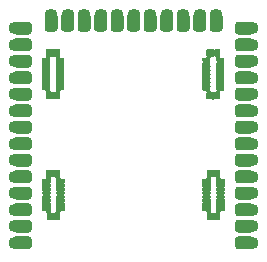
<source format=gbs>
G04 #@! TF.GenerationSoftware,KiCad,Pcbnew,(5.1.10)-1*
G04 #@! TF.CreationDate,2021-10-06T10:46:06+02:00*
G04 #@! TF.ProjectId,OBJEX_Socket-V2.0,4f424a45-585f-4536-9f63-6b65742d5632,rev?*
G04 #@! TF.SameCoordinates,Original*
G04 #@! TF.FileFunction,Soldermask,Bot*
G04 #@! TF.FilePolarity,Negative*
%FSLAX46Y46*%
G04 Gerber Fmt 4.6, Leading zero omitted, Abs format (unit mm)*
G04 Created by KiCad (PCBNEW (5.1.10)-1) date 2021-10-06 10:46:06*
%MOMM*%
%LPD*%
G01*
G04 APERTURE LIST*
%ADD10O,1.102000X1.102000*%
%ADD11C,0.100000*%
G04 APERTURE END LIST*
G36*
G01*
X151046020Y-88832660D02*
X151661020Y-88832660D01*
G75*
G02*
X151712020Y-88883660I0J-51000D01*
G01*
X151712020Y-89063660D01*
G75*
G02*
X151661020Y-89114660I-51000J0D01*
G01*
X151046020Y-89114660D01*
G75*
G02*
X150995020Y-89063660I0J51000D01*
G01*
X150995020Y-88883660D01*
G75*
G02*
X151046020Y-88832660I51000J0D01*
G01*
G37*
G36*
G01*
X150891900Y-88075240D02*
X151291900Y-88075240D01*
G75*
G02*
X151342900Y-88126240I0J-51000D01*
G01*
X151342900Y-88646240D01*
G75*
G02*
X151291900Y-88697240I-51000J0D01*
G01*
X150891900Y-88697240D01*
G75*
G02*
X150840900Y-88646240I0J51000D01*
G01*
X150840900Y-88126240D01*
G75*
G02*
X150891900Y-88075240I51000J0D01*
G01*
G37*
G36*
G01*
X151046020Y-89189160D02*
X151661020Y-89189160D01*
G75*
G02*
X151712020Y-89240160I0J-51000D01*
G01*
X151712020Y-89420160D01*
G75*
G02*
X151661020Y-89471160I-51000J0D01*
G01*
X151046020Y-89471160D01*
G75*
G02*
X150995020Y-89420160I0J51000D01*
G01*
X150995020Y-89240160D01*
G75*
G02*
X151046020Y-89189160I51000J0D01*
G01*
G37*
G36*
G01*
X151046020Y-89889160D02*
X151661020Y-89889160D01*
G75*
G02*
X151712020Y-89940160I0J-51000D01*
G01*
X151712020Y-90120160D01*
G75*
G02*
X151661020Y-90171160I-51000J0D01*
G01*
X151046020Y-90171160D01*
G75*
G02*
X150995020Y-90120160I0J51000D01*
G01*
X150995020Y-89940160D01*
G75*
G02*
X151046020Y-89889160I51000J0D01*
G01*
G37*
G36*
G01*
X151046020Y-89539160D02*
X151661020Y-89539160D01*
G75*
G02*
X151712020Y-89590160I0J-51000D01*
G01*
X151712020Y-89770160D01*
G75*
G02*
X151661020Y-89821160I-51000J0D01*
G01*
X151046020Y-89821160D01*
G75*
G02*
X150995020Y-89770160I0J51000D01*
G01*
X150995020Y-89590160D01*
G75*
G02*
X151046020Y-89539160I51000J0D01*
G01*
G37*
G36*
G01*
X151046020Y-91289160D02*
X151661020Y-91289160D01*
G75*
G02*
X151712020Y-91340160I0J-51000D01*
G01*
X151712020Y-91520160D01*
G75*
G02*
X151661020Y-91571160I-51000J0D01*
G01*
X151046020Y-91571160D01*
G75*
G02*
X150995020Y-91520160I0J51000D01*
G01*
X150995020Y-91340160D01*
G75*
G02*
X151046020Y-91289160I51000J0D01*
G01*
G37*
G36*
G01*
X151046020Y-90589160D02*
X151661020Y-90589160D01*
G75*
G02*
X151712020Y-90640160I0J-51000D01*
G01*
X151712020Y-90820160D01*
G75*
G02*
X151661020Y-90871160I-51000J0D01*
G01*
X151046020Y-90871160D01*
G75*
G02*
X150995020Y-90820160I0J51000D01*
G01*
X150995020Y-90640160D01*
G75*
G02*
X151046020Y-90589160I51000J0D01*
G01*
G37*
G36*
G01*
X151046020Y-90239160D02*
X151661020Y-90239160D01*
G75*
G02*
X151712020Y-90290160I0J-51000D01*
G01*
X151712020Y-90470160D01*
G75*
G02*
X151661020Y-90521160I-51000J0D01*
G01*
X151046020Y-90521160D01*
G75*
G02*
X150995020Y-90470160I0J51000D01*
G01*
X150995020Y-90290160D01*
G75*
G02*
X151046020Y-90239160I51000J0D01*
G01*
G37*
G36*
G01*
X151046020Y-90939160D02*
X151661020Y-90939160D01*
G75*
G02*
X151712020Y-90990160I0J-51000D01*
G01*
X151712020Y-91170160D01*
G75*
G02*
X151661020Y-91221160I-51000J0D01*
G01*
X151046020Y-91221160D01*
G75*
G02*
X150995020Y-91170160I0J51000D01*
G01*
X150995020Y-90990160D01*
G75*
G02*
X151046020Y-90939160I51000J0D01*
G01*
G37*
G36*
G01*
X150894440Y-91704860D02*
X151294440Y-91704860D01*
G75*
G02*
X151345440Y-91755860I0J-51000D01*
G01*
X151345440Y-92275860D01*
G75*
G02*
X151294440Y-92326860I-51000J0D01*
G01*
X150894440Y-92326860D01*
G75*
G02*
X150843440Y-92275860I0J51000D01*
G01*
X150843440Y-91755860D01*
G75*
G02*
X150894440Y-91704860I51000J0D01*
G01*
G37*
G36*
G01*
X150631500Y-88697240D02*
X150231500Y-88697240D01*
G75*
G02*
X150180500Y-88646240I0J51000D01*
G01*
X150180500Y-88126240D01*
G75*
G02*
X150231500Y-88075240I51000J0D01*
G01*
X150631500Y-88075240D01*
G75*
G02*
X150682500Y-88126240I0J-51000D01*
G01*
X150682500Y-88646240D01*
G75*
G02*
X150631500Y-88697240I-51000J0D01*
G01*
G37*
G36*
G01*
X150634040Y-92326860D02*
X150234040Y-92326860D01*
G75*
G02*
X150183040Y-92275860I0J51000D01*
G01*
X150183040Y-91755860D01*
G75*
G02*
X150234040Y-91704860I51000J0D01*
G01*
X150634040Y-91704860D01*
G75*
G02*
X150685040Y-91755860I0J-51000D01*
G01*
X150685040Y-92275860D01*
G75*
G02*
X150634040Y-92326860I-51000J0D01*
G01*
G37*
G36*
G01*
X149862380Y-90239160D02*
X150477380Y-90239160D01*
G75*
G02*
X150528380Y-90290160I0J-51000D01*
G01*
X150528380Y-90470160D01*
G75*
G02*
X150477380Y-90521160I-51000J0D01*
G01*
X149862380Y-90521160D01*
G75*
G02*
X149811380Y-90470160I0J51000D01*
G01*
X149811380Y-90290160D01*
G75*
G02*
X149862380Y-90239160I51000J0D01*
G01*
G37*
G36*
G01*
X149862380Y-91289160D02*
X150477380Y-91289160D01*
G75*
G02*
X150528380Y-91340160I0J-51000D01*
G01*
X150528380Y-91520160D01*
G75*
G02*
X150477380Y-91571160I-51000J0D01*
G01*
X149862380Y-91571160D01*
G75*
G02*
X149811380Y-91520160I0J51000D01*
G01*
X149811380Y-91340160D01*
G75*
G02*
X149862380Y-91289160I51000J0D01*
G01*
G37*
G36*
G01*
X149862380Y-90589160D02*
X150477380Y-90589160D01*
G75*
G02*
X150528380Y-90640160I0J-51000D01*
G01*
X150528380Y-90820160D01*
G75*
G02*
X150477380Y-90871160I-51000J0D01*
G01*
X149862380Y-90871160D01*
G75*
G02*
X149811380Y-90820160I0J51000D01*
G01*
X149811380Y-90640160D01*
G75*
G02*
X149862380Y-90589160I51000J0D01*
G01*
G37*
G36*
G01*
X149862380Y-89189160D02*
X150477380Y-89189160D01*
G75*
G02*
X150528380Y-89240160I0J-51000D01*
G01*
X150528380Y-89420160D01*
G75*
G02*
X150477380Y-89471160I-51000J0D01*
G01*
X149862380Y-89471160D01*
G75*
G02*
X149811380Y-89420160I0J51000D01*
G01*
X149811380Y-89240160D01*
G75*
G02*
X149862380Y-89189160I51000J0D01*
G01*
G37*
G36*
G01*
X149862380Y-88832660D02*
X150477380Y-88832660D01*
G75*
G02*
X150528380Y-88883660I0J-51000D01*
G01*
X150528380Y-89063660D01*
G75*
G02*
X150477380Y-89114660I-51000J0D01*
G01*
X149862380Y-89114660D01*
G75*
G02*
X149811380Y-89063660I0J51000D01*
G01*
X149811380Y-88883660D01*
G75*
G02*
X149862380Y-88832660I51000J0D01*
G01*
G37*
G36*
G01*
X149862380Y-89889160D02*
X150477380Y-89889160D01*
G75*
G02*
X150528380Y-89940160I0J-51000D01*
G01*
X150528380Y-90120160D01*
G75*
G02*
X150477380Y-90171160I-51000J0D01*
G01*
X149862380Y-90171160D01*
G75*
G02*
X149811380Y-90120160I0J51000D01*
G01*
X149811380Y-89940160D01*
G75*
G02*
X149862380Y-89889160I51000J0D01*
G01*
G37*
G36*
G01*
X149862380Y-90939160D02*
X150477380Y-90939160D01*
G75*
G02*
X150528380Y-90990160I0J-51000D01*
G01*
X150528380Y-91170160D01*
G75*
G02*
X150477380Y-91221160I-51000J0D01*
G01*
X149862380Y-91221160D01*
G75*
G02*
X149811380Y-91170160I0J51000D01*
G01*
X149811380Y-90990160D01*
G75*
G02*
X149862380Y-90939160I51000J0D01*
G01*
G37*
G36*
G01*
X149862380Y-89539160D02*
X150477380Y-89539160D01*
G75*
G02*
X150528380Y-89590160I0J-51000D01*
G01*
X150528380Y-89770160D01*
G75*
G02*
X150477380Y-89821160I-51000J0D01*
G01*
X149862380Y-89821160D01*
G75*
G02*
X149811380Y-89770160I0J51000D01*
G01*
X149811380Y-89590160D01*
G75*
G02*
X149862380Y-89539160I51000J0D01*
G01*
G37*
G36*
G01*
X149887780Y-99749960D02*
X150502780Y-99749960D01*
G75*
G02*
X150553780Y-99800960I0J-51000D01*
G01*
X150553780Y-99980960D01*
G75*
G02*
X150502780Y-100031960I-51000J0D01*
G01*
X149887780Y-100031960D01*
G75*
G02*
X149836780Y-99980960I0J51000D01*
G01*
X149836780Y-99800960D01*
G75*
G02*
X149887780Y-99749960I51000J0D01*
G01*
G37*
G36*
G01*
X149887780Y-101149960D02*
X150502780Y-101149960D01*
G75*
G02*
X150553780Y-101200960I0J-51000D01*
G01*
X150553780Y-101380960D01*
G75*
G02*
X150502780Y-101431960I-51000J0D01*
G01*
X149887780Y-101431960D01*
G75*
G02*
X149836780Y-101380960I0J51000D01*
G01*
X149836780Y-101200960D01*
G75*
G02*
X149887780Y-101149960I51000J0D01*
G01*
G37*
G36*
G01*
X149887780Y-100099960D02*
X150502780Y-100099960D01*
G75*
G02*
X150553780Y-100150960I0J-51000D01*
G01*
X150553780Y-100330960D01*
G75*
G02*
X150502780Y-100381960I-51000J0D01*
G01*
X149887780Y-100381960D01*
G75*
G02*
X149836780Y-100330960I0J51000D01*
G01*
X149836780Y-100150960D01*
G75*
G02*
X149887780Y-100099960I51000J0D01*
G01*
G37*
G36*
G01*
X149887780Y-99043460D02*
X150502780Y-99043460D01*
G75*
G02*
X150553780Y-99094460I0J-51000D01*
G01*
X150553780Y-99274460D01*
G75*
G02*
X150502780Y-99325460I-51000J0D01*
G01*
X149887780Y-99325460D01*
G75*
G02*
X149836780Y-99274460I0J51000D01*
G01*
X149836780Y-99094460D01*
G75*
G02*
X149887780Y-99043460I51000J0D01*
G01*
G37*
G36*
G01*
X149887780Y-99399960D02*
X150502780Y-99399960D01*
G75*
G02*
X150553780Y-99450960I0J-51000D01*
G01*
X150553780Y-99630960D01*
G75*
G02*
X150502780Y-99681960I-51000J0D01*
G01*
X149887780Y-99681960D01*
G75*
G02*
X149836780Y-99630960I0J51000D01*
G01*
X149836780Y-99450960D01*
G75*
G02*
X149887780Y-99399960I51000J0D01*
G01*
G37*
G36*
G01*
X149887780Y-100799960D02*
X150502780Y-100799960D01*
G75*
G02*
X150553780Y-100850960I0J-51000D01*
G01*
X150553780Y-101030960D01*
G75*
G02*
X150502780Y-101081960I-51000J0D01*
G01*
X149887780Y-101081960D01*
G75*
G02*
X149836780Y-101030960I0J51000D01*
G01*
X149836780Y-100850960D01*
G75*
G02*
X149887780Y-100799960I51000J0D01*
G01*
G37*
G36*
G01*
X149887780Y-101499960D02*
X150502780Y-101499960D01*
G75*
G02*
X150553780Y-101550960I0J-51000D01*
G01*
X150553780Y-101730960D01*
G75*
G02*
X150502780Y-101781960I-51000J0D01*
G01*
X149887780Y-101781960D01*
G75*
G02*
X149836780Y-101730960I0J51000D01*
G01*
X149836780Y-101550960D01*
G75*
G02*
X149887780Y-101499960I51000J0D01*
G01*
G37*
G36*
G01*
X149887780Y-100449960D02*
X150502780Y-100449960D01*
G75*
G02*
X150553780Y-100500960I0J-51000D01*
G01*
X150553780Y-100680960D01*
G75*
G02*
X150502780Y-100731960I-51000J0D01*
G01*
X149887780Y-100731960D01*
G75*
G02*
X149836780Y-100680960I0J51000D01*
G01*
X149836780Y-100500960D01*
G75*
G02*
X149887780Y-100449960I51000J0D01*
G01*
G37*
G36*
G01*
X150659440Y-102537660D02*
X150259440Y-102537660D01*
G75*
G02*
X150208440Y-102486660I0J51000D01*
G01*
X150208440Y-101966660D01*
G75*
G02*
X150259440Y-101915660I51000J0D01*
G01*
X150659440Y-101915660D01*
G75*
G02*
X150710440Y-101966660I0J-51000D01*
G01*
X150710440Y-102486660D01*
G75*
G02*
X150659440Y-102537660I-51000J0D01*
G01*
G37*
G36*
G01*
X150656900Y-98908040D02*
X150256900Y-98908040D01*
G75*
G02*
X150205900Y-98857040I0J51000D01*
G01*
X150205900Y-98337040D01*
G75*
G02*
X150256900Y-98286040I51000J0D01*
G01*
X150656900Y-98286040D01*
G75*
G02*
X150707900Y-98337040I0J-51000D01*
G01*
X150707900Y-98857040D01*
G75*
G02*
X150656900Y-98908040I-51000J0D01*
G01*
G37*
G36*
G01*
X150919840Y-101915660D02*
X151319840Y-101915660D01*
G75*
G02*
X151370840Y-101966660I0J-51000D01*
G01*
X151370840Y-102486660D01*
G75*
G02*
X151319840Y-102537660I-51000J0D01*
G01*
X150919840Y-102537660D01*
G75*
G02*
X150868840Y-102486660I0J51000D01*
G01*
X150868840Y-101966660D01*
G75*
G02*
X150919840Y-101915660I51000J0D01*
G01*
G37*
G36*
G01*
X151071420Y-101149960D02*
X151686420Y-101149960D01*
G75*
G02*
X151737420Y-101200960I0J-51000D01*
G01*
X151737420Y-101380960D01*
G75*
G02*
X151686420Y-101431960I-51000J0D01*
G01*
X151071420Y-101431960D01*
G75*
G02*
X151020420Y-101380960I0J51000D01*
G01*
X151020420Y-101200960D01*
G75*
G02*
X151071420Y-101149960I51000J0D01*
G01*
G37*
G36*
G01*
X151071420Y-100449960D02*
X151686420Y-100449960D01*
G75*
G02*
X151737420Y-100500960I0J-51000D01*
G01*
X151737420Y-100680960D01*
G75*
G02*
X151686420Y-100731960I-51000J0D01*
G01*
X151071420Y-100731960D01*
G75*
G02*
X151020420Y-100680960I0J51000D01*
G01*
X151020420Y-100500960D01*
G75*
G02*
X151071420Y-100449960I51000J0D01*
G01*
G37*
G36*
G01*
X151071420Y-100799960D02*
X151686420Y-100799960D01*
G75*
G02*
X151737420Y-100850960I0J-51000D01*
G01*
X151737420Y-101030960D01*
G75*
G02*
X151686420Y-101081960I-51000J0D01*
G01*
X151071420Y-101081960D01*
G75*
G02*
X151020420Y-101030960I0J51000D01*
G01*
X151020420Y-100850960D01*
G75*
G02*
X151071420Y-100799960I51000J0D01*
G01*
G37*
G36*
G01*
X151071420Y-101499960D02*
X151686420Y-101499960D01*
G75*
G02*
X151737420Y-101550960I0J-51000D01*
G01*
X151737420Y-101730960D01*
G75*
G02*
X151686420Y-101781960I-51000J0D01*
G01*
X151071420Y-101781960D01*
G75*
G02*
X151020420Y-101730960I0J51000D01*
G01*
X151020420Y-101550960D01*
G75*
G02*
X151071420Y-101499960I51000J0D01*
G01*
G37*
G36*
G01*
X151071420Y-99749960D02*
X151686420Y-99749960D01*
G75*
G02*
X151737420Y-99800960I0J-51000D01*
G01*
X151737420Y-99980960D01*
G75*
G02*
X151686420Y-100031960I-51000J0D01*
G01*
X151071420Y-100031960D01*
G75*
G02*
X151020420Y-99980960I0J51000D01*
G01*
X151020420Y-99800960D01*
G75*
G02*
X151071420Y-99749960I51000J0D01*
G01*
G37*
G36*
G01*
X151071420Y-100099960D02*
X151686420Y-100099960D01*
G75*
G02*
X151737420Y-100150960I0J-51000D01*
G01*
X151737420Y-100330960D01*
G75*
G02*
X151686420Y-100381960I-51000J0D01*
G01*
X151071420Y-100381960D01*
G75*
G02*
X151020420Y-100330960I0J51000D01*
G01*
X151020420Y-100150960D01*
G75*
G02*
X151071420Y-100099960I51000J0D01*
G01*
G37*
G36*
G01*
X151071420Y-99399960D02*
X151686420Y-99399960D01*
G75*
G02*
X151737420Y-99450960I0J-51000D01*
G01*
X151737420Y-99630960D01*
G75*
G02*
X151686420Y-99681960I-51000J0D01*
G01*
X151071420Y-99681960D01*
G75*
G02*
X151020420Y-99630960I0J51000D01*
G01*
X151020420Y-99450960D01*
G75*
G02*
X151071420Y-99399960I51000J0D01*
G01*
G37*
G36*
G01*
X150917300Y-98286040D02*
X151317300Y-98286040D01*
G75*
G02*
X151368300Y-98337040I0J-51000D01*
G01*
X151368300Y-98857040D01*
G75*
G02*
X151317300Y-98908040I-51000J0D01*
G01*
X150917300Y-98908040D01*
G75*
G02*
X150866300Y-98857040I0J51000D01*
G01*
X150866300Y-98337040D01*
G75*
G02*
X150917300Y-98286040I51000J0D01*
G01*
G37*
G36*
G01*
X151071420Y-99043460D02*
X151686420Y-99043460D01*
G75*
G02*
X151737420Y-99094460I0J-51000D01*
G01*
X151737420Y-99274460D01*
G75*
G02*
X151686420Y-99325460I-51000J0D01*
G01*
X151071420Y-99325460D01*
G75*
G02*
X151020420Y-99274460I0J51000D01*
G01*
X151020420Y-99094460D01*
G75*
G02*
X151071420Y-99043460I51000J0D01*
G01*
G37*
G36*
G01*
X137482420Y-88819960D02*
X138097420Y-88819960D01*
G75*
G02*
X138148420Y-88870960I0J-51000D01*
G01*
X138148420Y-89050960D01*
G75*
G02*
X138097420Y-89101960I-51000J0D01*
G01*
X137482420Y-89101960D01*
G75*
G02*
X137431420Y-89050960I0J51000D01*
G01*
X137431420Y-88870960D01*
G75*
G02*
X137482420Y-88819960I51000J0D01*
G01*
G37*
G36*
G01*
X137328300Y-88062540D02*
X137728300Y-88062540D01*
G75*
G02*
X137779300Y-88113540I0J-51000D01*
G01*
X137779300Y-88633540D01*
G75*
G02*
X137728300Y-88684540I-51000J0D01*
G01*
X137328300Y-88684540D01*
G75*
G02*
X137277300Y-88633540I0J51000D01*
G01*
X137277300Y-88113540D01*
G75*
G02*
X137328300Y-88062540I51000J0D01*
G01*
G37*
G36*
G01*
X137482420Y-89176460D02*
X138097420Y-89176460D01*
G75*
G02*
X138148420Y-89227460I0J-51000D01*
G01*
X138148420Y-89407460D01*
G75*
G02*
X138097420Y-89458460I-51000J0D01*
G01*
X137482420Y-89458460D01*
G75*
G02*
X137431420Y-89407460I0J51000D01*
G01*
X137431420Y-89227460D01*
G75*
G02*
X137482420Y-89176460I51000J0D01*
G01*
G37*
G36*
G01*
X137482420Y-89876460D02*
X138097420Y-89876460D01*
G75*
G02*
X138148420Y-89927460I0J-51000D01*
G01*
X138148420Y-90107460D01*
G75*
G02*
X138097420Y-90158460I-51000J0D01*
G01*
X137482420Y-90158460D01*
G75*
G02*
X137431420Y-90107460I0J51000D01*
G01*
X137431420Y-89927460D01*
G75*
G02*
X137482420Y-89876460I51000J0D01*
G01*
G37*
G36*
G01*
X137482420Y-89526460D02*
X138097420Y-89526460D01*
G75*
G02*
X138148420Y-89577460I0J-51000D01*
G01*
X138148420Y-89757460D01*
G75*
G02*
X138097420Y-89808460I-51000J0D01*
G01*
X137482420Y-89808460D01*
G75*
G02*
X137431420Y-89757460I0J51000D01*
G01*
X137431420Y-89577460D01*
G75*
G02*
X137482420Y-89526460I51000J0D01*
G01*
G37*
G36*
G01*
X137482420Y-91276460D02*
X138097420Y-91276460D01*
G75*
G02*
X138148420Y-91327460I0J-51000D01*
G01*
X138148420Y-91507460D01*
G75*
G02*
X138097420Y-91558460I-51000J0D01*
G01*
X137482420Y-91558460D01*
G75*
G02*
X137431420Y-91507460I0J51000D01*
G01*
X137431420Y-91327460D01*
G75*
G02*
X137482420Y-91276460I51000J0D01*
G01*
G37*
G36*
G01*
X137482420Y-90576460D02*
X138097420Y-90576460D01*
G75*
G02*
X138148420Y-90627460I0J-51000D01*
G01*
X138148420Y-90807460D01*
G75*
G02*
X138097420Y-90858460I-51000J0D01*
G01*
X137482420Y-90858460D01*
G75*
G02*
X137431420Y-90807460I0J51000D01*
G01*
X137431420Y-90627460D01*
G75*
G02*
X137482420Y-90576460I51000J0D01*
G01*
G37*
G36*
G01*
X137482420Y-90226460D02*
X138097420Y-90226460D01*
G75*
G02*
X138148420Y-90277460I0J-51000D01*
G01*
X138148420Y-90457460D01*
G75*
G02*
X138097420Y-90508460I-51000J0D01*
G01*
X137482420Y-90508460D01*
G75*
G02*
X137431420Y-90457460I0J51000D01*
G01*
X137431420Y-90277460D01*
G75*
G02*
X137482420Y-90226460I51000J0D01*
G01*
G37*
G36*
G01*
X137482420Y-90926460D02*
X138097420Y-90926460D01*
G75*
G02*
X138148420Y-90977460I0J-51000D01*
G01*
X138148420Y-91157460D01*
G75*
G02*
X138097420Y-91208460I-51000J0D01*
G01*
X137482420Y-91208460D01*
G75*
G02*
X137431420Y-91157460I0J51000D01*
G01*
X137431420Y-90977460D01*
G75*
G02*
X137482420Y-90926460I51000J0D01*
G01*
G37*
G36*
G01*
X137330840Y-91692160D02*
X137730840Y-91692160D01*
G75*
G02*
X137781840Y-91743160I0J-51000D01*
G01*
X137781840Y-92263160D01*
G75*
G02*
X137730840Y-92314160I-51000J0D01*
G01*
X137330840Y-92314160D01*
G75*
G02*
X137279840Y-92263160I0J51000D01*
G01*
X137279840Y-91743160D01*
G75*
G02*
X137330840Y-91692160I51000J0D01*
G01*
G37*
G36*
G01*
X137067900Y-88684540D02*
X136667900Y-88684540D01*
G75*
G02*
X136616900Y-88633540I0J51000D01*
G01*
X136616900Y-88113540D01*
G75*
G02*
X136667900Y-88062540I51000J0D01*
G01*
X137067900Y-88062540D01*
G75*
G02*
X137118900Y-88113540I0J-51000D01*
G01*
X137118900Y-88633540D01*
G75*
G02*
X137067900Y-88684540I-51000J0D01*
G01*
G37*
G36*
G01*
X137070440Y-92314160D02*
X136670440Y-92314160D01*
G75*
G02*
X136619440Y-92263160I0J51000D01*
G01*
X136619440Y-91743160D01*
G75*
G02*
X136670440Y-91692160I51000J0D01*
G01*
X137070440Y-91692160D01*
G75*
G02*
X137121440Y-91743160I0J-51000D01*
G01*
X137121440Y-92263160D01*
G75*
G02*
X137070440Y-92314160I-51000J0D01*
G01*
G37*
G36*
G01*
X136298780Y-90226460D02*
X136913780Y-90226460D01*
G75*
G02*
X136964780Y-90277460I0J-51000D01*
G01*
X136964780Y-90457460D01*
G75*
G02*
X136913780Y-90508460I-51000J0D01*
G01*
X136298780Y-90508460D01*
G75*
G02*
X136247780Y-90457460I0J51000D01*
G01*
X136247780Y-90277460D01*
G75*
G02*
X136298780Y-90226460I51000J0D01*
G01*
G37*
G36*
G01*
X136298780Y-91276460D02*
X136913780Y-91276460D01*
G75*
G02*
X136964780Y-91327460I0J-51000D01*
G01*
X136964780Y-91507460D01*
G75*
G02*
X136913780Y-91558460I-51000J0D01*
G01*
X136298780Y-91558460D01*
G75*
G02*
X136247780Y-91507460I0J51000D01*
G01*
X136247780Y-91327460D01*
G75*
G02*
X136298780Y-91276460I51000J0D01*
G01*
G37*
G36*
G01*
X136298780Y-90576460D02*
X136913780Y-90576460D01*
G75*
G02*
X136964780Y-90627460I0J-51000D01*
G01*
X136964780Y-90807460D01*
G75*
G02*
X136913780Y-90858460I-51000J0D01*
G01*
X136298780Y-90858460D01*
G75*
G02*
X136247780Y-90807460I0J51000D01*
G01*
X136247780Y-90627460D01*
G75*
G02*
X136298780Y-90576460I51000J0D01*
G01*
G37*
G36*
G01*
X136298780Y-89176460D02*
X136913780Y-89176460D01*
G75*
G02*
X136964780Y-89227460I0J-51000D01*
G01*
X136964780Y-89407460D01*
G75*
G02*
X136913780Y-89458460I-51000J0D01*
G01*
X136298780Y-89458460D01*
G75*
G02*
X136247780Y-89407460I0J51000D01*
G01*
X136247780Y-89227460D01*
G75*
G02*
X136298780Y-89176460I51000J0D01*
G01*
G37*
G36*
G01*
X136298780Y-88819960D02*
X136913780Y-88819960D01*
G75*
G02*
X136964780Y-88870960I0J-51000D01*
G01*
X136964780Y-89050960D01*
G75*
G02*
X136913780Y-89101960I-51000J0D01*
G01*
X136298780Y-89101960D01*
G75*
G02*
X136247780Y-89050960I0J51000D01*
G01*
X136247780Y-88870960D01*
G75*
G02*
X136298780Y-88819960I51000J0D01*
G01*
G37*
G36*
G01*
X136298780Y-89876460D02*
X136913780Y-89876460D01*
G75*
G02*
X136964780Y-89927460I0J-51000D01*
G01*
X136964780Y-90107460D01*
G75*
G02*
X136913780Y-90158460I-51000J0D01*
G01*
X136298780Y-90158460D01*
G75*
G02*
X136247780Y-90107460I0J51000D01*
G01*
X136247780Y-89927460D01*
G75*
G02*
X136298780Y-89876460I51000J0D01*
G01*
G37*
G36*
G01*
X136298780Y-90926460D02*
X136913780Y-90926460D01*
G75*
G02*
X136964780Y-90977460I0J-51000D01*
G01*
X136964780Y-91157460D01*
G75*
G02*
X136913780Y-91208460I-51000J0D01*
G01*
X136298780Y-91208460D01*
G75*
G02*
X136247780Y-91157460I0J51000D01*
G01*
X136247780Y-90977460D01*
G75*
G02*
X136298780Y-90926460I51000J0D01*
G01*
G37*
G36*
G01*
X136298780Y-89526460D02*
X136913780Y-89526460D01*
G75*
G02*
X136964780Y-89577460I0J-51000D01*
G01*
X136964780Y-89757460D01*
G75*
G02*
X136913780Y-89808460I-51000J0D01*
G01*
X136298780Y-89808460D01*
G75*
G02*
X136247780Y-89757460I0J51000D01*
G01*
X136247780Y-89577460D01*
G75*
G02*
X136298780Y-89526460I51000J0D01*
G01*
G37*
G36*
G01*
X137507820Y-99043460D02*
X138122820Y-99043460D01*
G75*
G02*
X138173820Y-99094460I0J-51000D01*
G01*
X138173820Y-99274460D01*
G75*
G02*
X138122820Y-99325460I-51000J0D01*
G01*
X137507820Y-99325460D01*
G75*
G02*
X137456820Y-99274460I0J51000D01*
G01*
X137456820Y-99094460D01*
G75*
G02*
X137507820Y-99043460I51000J0D01*
G01*
G37*
G36*
G01*
X137353700Y-98286040D02*
X137753700Y-98286040D01*
G75*
G02*
X137804700Y-98337040I0J-51000D01*
G01*
X137804700Y-98857040D01*
G75*
G02*
X137753700Y-98908040I-51000J0D01*
G01*
X137353700Y-98908040D01*
G75*
G02*
X137302700Y-98857040I0J51000D01*
G01*
X137302700Y-98337040D01*
G75*
G02*
X137353700Y-98286040I51000J0D01*
G01*
G37*
G36*
G01*
X137507820Y-99399960D02*
X138122820Y-99399960D01*
G75*
G02*
X138173820Y-99450960I0J-51000D01*
G01*
X138173820Y-99630960D01*
G75*
G02*
X138122820Y-99681960I-51000J0D01*
G01*
X137507820Y-99681960D01*
G75*
G02*
X137456820Y-99630960I0J51000D01*
G01*
X137456820Y-99450960D01*
G75*
G02*
X137507820Y-99399960I51000J0D01*
G01*
G37*
G36*
G01*
X137507820Y-100099960D02*
X138122820Y-100099960D01*
G75*
G02*
X138173820Y-100150960I0J-51000D01*
G01*
X138173820Y-100330960D01*
G75*
G02*
X138122820Y-100381960I-51000J0D01*
G01*
X137507820Y-100381960D01*
G75*
G02*
X137456820Y-100330960I0J51000D01*
G01*
X137456820Y-100150960D01*
G75*
G02*
X137507820Y-100099960I51000J0D01*
G01*
G37*
G36*
G01*
X137507820Y-99749960D02*
X138122820Y-99749960D01*
G75*
G02*
X138173820Y-99800960I0J-51000D01*
G01*
X138173820Y-99980960D01*
G75*
G02*
X138122820Y-100031960I-51000J0D01*
G01*
X137507820Y-100031960D01*
G75*
G02*
X137456820Y-99980960I0J51000D01*
G01*
X137456820Y-99800960D01*
G75*
G02*
X137507820Y-99749960I51000J0D01*
G01*
G37*
G36*
G01*
X137507820Y-101499960D02*
X138122820Y-101499960D01*
G75*
G02*
X138173820Y-101550960I0J-51000D01*
G01*
X138173820Y-101730960D01*
G75*
G02*
X138122820Y-101781960I-51000J0D01*
G01*
X137507820Y-101781960D01*
G75*
G02*
X137456820Y-101730960I0J51000D01*
G01*
X137456820Y-101550960D01*
G75*
G02*
X137507820Y-101499960I51000J0D01*
G01*
G37*
G36*
G01*
X137507820Y-100799960D02*
X138122820Y-100799960D01*
G75*
G02*
X138173820Y-100850960I0J-51000D01*
G01*
X138173820Y-101030960D01*
G75*
G02*
X138122820Y-101081960I-51000J0D01*
G01*
X137507820Y-101081960D01*
G75*
G02*
X137456820Y-101030960I0J51000D01*
G01*
X137456820Y-100850960D01*
G75*
G02*
X137507820Y-100799960I51000J0D01*
G01*
G37*
G36*
G01*
X137507820Y-100449960D02*
X138122820Y-100449960D01*
G75*
G02*
X138173820Y-100500960I0J-51000D01*
G01*
X138173820Y-100680960D01*
G75*
G02*
X138122820Y-100731960I-51000J0D01*
G01*
X137507820Y-100731960D01*
G75*
G02*
X137456820Y-100680960I0J51000D01*
G01*
X137456820Y-100500960D01*
G75*
G02*
X137507820Y-100449960I51000J0D01*
G01*
G37*
G36*
G01*
X137507820Y-101149960D02*
X138122820Y-101149960D01*
G75*
G02*
X138173820Y-101200960I0J-51000D01*
G01*
X138173820Y-101380960D01*
G75*
G02*
X138122820Y-101431960I-51000J0D01*
G01*
X137507820Y-101431960D01*
G75*
G02*
X137456820Y-101380960I0J51000D01*
G01*
X137456820Y-101200960D01*
G75*
G02*
X137507820Y-101149960I51000J0D01*
G01*
G37*
G36*
G01*
X137356240Y-101915660D02*
X137756240Y-101915660D01*
G75*
G02*
X137807240Y-101966660I0J-51000D01*
G01*
X137807240Y-102486660D01*
G75*
G02*
X137756240Y-102537660I-51000J0D01*
G01*
X137356240Y-102537660D01*
G75*
G02*
X137305240Y-102486660I0J51000D01*
G01*
X137305240Y-101966660D01*
G75*
G02*
X137356240Y-101915660I51000J0D01*
G01*
G37*
G36*
G01*
X137093300Y-98908040D02*
X136693300Y-98908040D01*
G75*
G02*
X136642300Y-98857040I0J51000D01*
G01*
X136642300Y-98337040D01*
G75*
G02*
X136693300Y-98286040I51000J0D01*
G01*
X137093300Y-98286040D01*
G75*
G02*
X137144300Y-98337040I0J-51000D01*
G01*
X137144300Y-98857040D01*
G75*
G02*
X137093300Y-98908040I-51000J0D01*
G01*
G37*
G36*
G01*
X137095840Y-102537660D02*
X136695840Y-102537660D01*
G75*
G02*
X136644840Y-102486660I0J51000D01*
G01*
X136644840Y-101966660D01*
G75*
G02*
X136695840Y-101915660I51000J0D01*
G01*
X137095840Y-101915660D01*
G75*
G02*
X137146840Y-101966660I0J-51000D01*
G01*
X137146840Y-102486660D01*
G75*
G02*
X137095840Y-102537660I-51000J0D01*
G01*
G37*
G36*
G01*
X136324180Y-100449960D02*
X136939180Y-100449960D01*
G75*
G02*
X136990180Y-100500960I0J-51000D01*
G01*
X136990180Y-100680960D01*
G75*
G02*
X136939180Y-100731960I-51000J0D01*
G01*
X136324180Y-100731960D01*
G75*
G02*
X136273180Y-100680960I0J51000D01*
G01*
X136273180Y-100500960D01*
G75*
G02*
X136324180Y-100449960I51000J0D01*
G01*
G37*
G36*
G01*
X136324180Y-101499960D02*
X136939180Y-101499960D01*
G75*
G02*
X136990180Y-101550960I0J-51000D01*
G01*
X136990180Y-101730960D01*
G75*
G02*
X136939180Y-101781960I-51000J0D01*
G01*
X136324180Y-101781960D01*
G75*
G02*
X136273180Y-101730960I0J51000D01*
G01*
X136273180Y-101550960D01*
G75*
G02*
X136324180Y-101499960I51000J0D01*
G01*
G37*
G36*
G01*
X136324180Y-100799960D02*
X136939180Y-100799960D01*
G75*
G02*
X136990180Y-100850960I0J-51000D01*
G01*
X136990180Y-101030960D01*
G75*
G02*
X136939180Y-101081960I-51000J0D01*
G01*
X136324180Y-101081960D01*
G75*
G02*
X136273180Y-101030960I0J51000D01*
G01*
X136273180Y-100850960D01*
G75*
G02*
X136324180Y-100799960I51000J0D01*
G01*
G37*
G36*
G01*
X136324180Y-99399960D02*
X136939180Y-99399960D01*
G75*
G02*
X136990180Y-99450960I0J-51000D01*
G01*
X136990180Y-99630960D01*
G75*
G02*
X136939180Y-99681960I-51000J0D01*
G01*
X136324180Y-99681960D01*
G75*
G02*
X136273180Y-99630960I0J51000D01*
G01*
X136273180Y-99450960D01*
G75*
G02*
X136324180Y-99399960I51000J0D01*
G01*
G37*
G36*
G01*
X136324180Y-99043460D02*
X136939180Y-99043460D01*
G75*
G02*
X136990180Y-99094460I0J-51000D01*
G01*
X136990180Y-99274460D01*
G75*
G02*
X136939180Y-99325460I-51000J0D01*
G01*
X136324180Y-99325460D01*
G75*
G02*
X136273180Y-99274460I0J51000D01*
G01*
X136273180Y-99094460D01*
G75*
G02*
X136324180Y-99043460I51000J0D01*
G01*
G37*
G36*
G01*
X136324180Y-100099960D02*
X136939180Y-100099960D01*
G75*
G02*
X136990180Y-100150960I0J-51000D01*
G01*
X136990180Y-100330960D01*
G75*
G02*
X136939180Y-100381960I-51000J0D01*
G01*
X136324180Y-100381960D01*
G75*
G02*
X136273180Y-100330960I0J51000D01*
G01*
X136273180Y-100150960D01*
G75*
G02*
X136324180Y-100099960I51000J0D01*
G01*
G37*
G36*
G01*
X136324180Y-101149960D02*
X136939180Y-101149960D01*
G75*
G02*
X136990180Y-101200960I0J-51000D01*
G01*
X136990180Y-101380960D01*
G75*
G02*
X136939180Y-101431960I-51000J0D01*
G01*
X136324180Y-101431960D01*
G75*
G02*
X136273180Y-101380960I0J51000D01*
G01*
X136273180Y-101200960D01*
G75*
G02*
X136324180Y-101149960I51000J0D01*
G01*
G37*
G36*
G01*
X136324180Y-99749960D02*
X136939180Y-99749960D01*
G75*
G02*
X136990180Y-99800960I0J-51000D01*
G01*
X136990180Y-99980960D01*
G75*
G02*
X136939180Y-100031960I-51000J0D01*
G01*
X136324180Y-100031960D01*
G75*
G02*
X136273180Y-99980960I0J51000D01*
G01*
X136273180Y-99800960D01*
G75*
G02*
X136324180Y-99749960I51000J0D01*
G01*
G37*
G36*
G01*
X135398520Y-88812460D02*
X135398520Y-89363460D01*
G75*
G02*
X135123020Y-89638960I-275500J0D01*
G01*
X134072020Y-89638960D01*
G75*
G02*
X133796520Y-89363460I0J275500D01*
G01*
X133796520Y-88812460D01*
G75*
G02*
X134072020Y-88536960I275500J0D01*
G01*
X135123020Y-88536960D01*
G75*
G02*
X135398520Y-88812460I0J-275500D01*
G01*
G37*
D10*
X133981520Y-89089560D03*
X133981520Y-90486560D03*
G36*
G01*
X135398520Y-90209460D02*
X135398520Y-90760460D01*
G75*
G02*
X135123020Y-91035960I-275500J0D01*
G01*
X134072020Y-91035960D01*
G75*
G02*
X133796520Y-90760460I0J275500D01*
G01*
X133796520Y-90209460D01*
G75*
G02*
X134072020Y-89933960I275500J0D01*
G01*
X135123020Y-89933960D01*
G75*
G02*
X135398520Y-90209460I0J-275500D01*
G01*
G37*
X133981520Y-91883560D03*
G36*
G01*
X135398520Y-91606460D02*
X135398520Y-92157460D01*
G75*
G02*
X135123020Y-92432960I-275500J0D01*
G01*
X134072020Y-92432960D01*
G75*
G02*
X133796520Y-92157460I0J275500D01*
G01*
X133796520Y-91606460D01*
G75*
G02*
X134072020Y-91330960I275500J0D01*
G01*
X135123020Y-91330960D01*
G75*
G02*
X135398520Y-91606460I0J-275500D01*
G01*
G37*
G36*
G01*
X135398520Y-94400460D02*
X135398520Y-94951460D01*
G75*
G02*
X135123020Y-95226960I-275500J0D01*
G01*
X134072020Y-95226960D01*
G75*
G02*
X133796520Y-94951460I0J275500D01*
G01*
X133796520Y-94400460D01*
G75*
G02*
X134072020Y-94124960I275500J0D01*
G01*
X135123020Y-94124960D01*
G75*
G02*
X135398520Y-94400460I0J-275500D01*
G01*
G37*
X133981520Y-94677560D03*
X133981520Y-93280560D03*
G36*
G01*
X135398520Y-93003460D02*
X135398520Y-93554460D01*
G75*
G02*
X135123020Y-93829960I-275500J0D01*
G01*
X134072020Y-93829960D01*
G75*
G02*
X133796520Y-93554460I0J275500D01*
G01*
X133796520Y-93003460D01*
G75*
G02*
X134072020Y-92727960I275500J0D01*
G01*
X135123020Y-92727960D01*
G75*
G02*
X135398520Y-93003460I0J-275500D01*
G01*
G37*
G36*
G01*
X135398520Y-95797460D02*
X135398520Y-96348460D01*
G75*
G02*
X135123020Y-96623960I-275500J0D01*
G01*
X134072020Y-96623960D01*
G75*
G02*
X133796520Y-96348460I0J275500D01*
G01*
X133796520Y-95797460D01*
G75*
G02*
X134072020Y-95521960I275500J0D01*
G01*
X135123020Y-95521960D01*
G75*
G02*
X135398520Y-95797460I0J-275500D01*
G01*
G37*
X133981520Y-96074560D03*
G36*
G01*
X135398520Y-98591460D02*
X135398520Y-99142460D01*
G75*
G02*
X135123020Y-99417960I-275500J0D01*
G01*
X134072020Y-99417960D01*
G75*
G02*
X133796520Y-99142460I0J275500D01*
G01*
X133796520Y-98591460D01*
G75*
G02*
X134072020Y-98315960I275500J0D01*
G01*
X135123020Y-98315960D01*
G75*
G02*
X135398520Y-98591460I0J-275500D01*
G01*
G37*
X133981520Y-98868560D03*
X133981520Y-97471560D03*
G36*
G01*
X135398520Y-97194460D02*
X135398520Y-97745460D01*
G75*
G02*
X135123020Y-98020960I-275500J0D01*
G01*
X134072020Y-98020960D01*
G75*
G02*
X133796520Y-97745460I0J275500D01*
G01*
X133796520Y-97194460D01*
G75*
G02*
X134072020Y-96918960I275500J0D01*
G01*
X135123020Y-96918960D01*
G75*
G02*
X135398520Y-97194460I0J-275500D01*
G01*
G37*
X133981520Y-101662560D03*
G36*
G01*
X135398520Y-99988460D02*
X135398520Y-100539460D01*
G75*
G02*
X135123020Y-100814960I-275500J0D01*
G01*
X134072020Y-100814960D01*
G75*
G02*
X133796520Y-100539460I0J275500D01*
G01*
X133796520Y-99988460D01*
G75*
G02*
X134072020Y-99712960I275500J0D01*
G01*
X135123020Y-99712960D01*
G75*
G02*
X135398520Y-99988460I0J-275500D01*
G01*
G37*
X133981520Y-104456560D03*
G36*
G01*
X135398520Y-104179460D02*
X135398520Y-104730460D01*
G75*
G02*
X135123020Y-105005960I-275500J0D01*
G01*
X134072020Y-105005960D01*
G75*
G02*
X133796520Y-104730460I0J275500D01*
G01*
X133796520Y-104179460D01*
G75*
G02*
X134072020Y-103903960I275500J0D01*
G01*
X135123020Y-103903960D01*
G75*
G02*
X135398520Y-104179460I0J-275500D01*
G01*
G37*
X133981520Y-100265560D03*
X133981520Y-103059560D03*
G36*
G01*
X135398520Y-102782460D02*
X135398520Y-103333460D01*
G75*
G02*
X135123020Y-103608960I-275500J0D01*
G01*
X134072020Y-103608960D01*
G75*
G02*
X133796520Y-103333460I0J275500D01*
G01*
X133796520Y-102782460D01*
G75*
G02*
X134072020Y-102506960I275500J0D01*
G01*
X135123020Y-102506960D01*
G75*
G02*
X135398520Y-102782460I0J-275500D01*
G01*
G37*
G36*
G01*
X135398520Y-101385460D02*
X135398520Y-101936460D01*
G75*
G02*
X135123020Y-102211960I-275500J0D01*
G01*
X134072020Y-102211960D01*
G75*
G02*
X133796520Y-101936460I0J275500D01*
G01*
X133796520Y-101385460D01*
G75*
G02*
X134072020Y-101109960I275500J0D01*
G01*
X135123020Y-101109960D01*
G75*
G02*
X135398520Y-101385460I0J-275500D01*
G01*
G37*
X133981520Y-87692560D03*
G36*
G01*
X135398520Y-87415460D02*
X135398520Y-87966460D01*
G75*
G02*
X135123020Y-88241960I-275500J0D01*
G01*
X134072020Y-88241960D01*
G75*
G02*
X133796520Y-87966460I0J275500D01*
G01*
X133796520Y-87415460D01*
G75*
G02*
X134072020Y-87139960I275500J0D01*
G01*
X135123020Y-87139960D01*
G75*
G02*
X135398520Y-87415460I0J-275500D01*
G01*
G37*
G36*
G01*
X154207120Y-87415460D02*
X154207120Y-87966460D01*
G75*
G02*
X153931620Y-88241960I-275500J0D01*
G01*
X152880620Y-88241960D01*
G75*
G02*
X152605120Y-87966460I0J275500D01*
G01*
X152605120Y-87415460D01*
G75*
G02*
X152880620Y-87139960I275500J0D01*
G01*
X153931620Y-87139960D01*
G75*
G02*
X154207120Y-87415460I0J-275500D01*
G01*
G37*
X154022120Y-103059560D03*
G36*
G01*
X154207120Y-95797460D02*
X154207120Y-96348460D01*
G75*
G02*
X153931620Y-96623960I-275500J0D01*
G01*
X152880620Y-96623960D01*
G75*
G02*
X152605120Y-96348460I0J275500D01*
G01*
X152605120Y-95797460D01*
G75*
G02*
X152880620Y-95521960I275500J0D01*
G01*
X153931620Y-95521960D01*
G75*
G02*
X154207120Y-95797460I0J-275500D01*
G01*
G37*
X154022120Y-90486560D03*
X154022120Y-91883560D03*
G36*
G01*
X154207120Y-101385460D02*
X154207120Y-101936460D01*
G75*
G02*
X153931620Y-102211960I-275500J0D01*
G01*
X152880620Y-102211960D01*
G75*
G02*
X152605120Y-101936460I0J275500D01*
G01*
X152605120Y-101385460D01*
G75*
G02*
X152880620Y-101109960I275500J0D01*
G01*
X153931620Y-101109960D01*
G75*
G02*
X154207120Y-101385460I0J-275500D01*
G01*
G37*
G36*
G01*
X154207120Y-104179460D02*
X154207120Y-104730460D01*
G75*
G02*
X153931620Y-105005960I-275500J0D01*
G01*
X152880620Y-105005960D01*
G75*
G02*
X152605120Y-104730460I0J275500D01*
G01*
X152605120Y-104179460D01*
G75*
G02*
X152880620Y-103903960I275500J0D01*
G01*
X153931620Y-103903960D01*
G75*
G02*
X154207120Y-104179460I0J-275500D01*
G01*
G37*
G36*
G01*
X154207120Y-97194460D02*
X154207120Y-97745460D01*
G75*
G02*
X153931620Y-98020960I-275500J0D01*
G01*
X152880620Y-98020960D01*
G75*
G02*
X152605120Y-97745460I0J275500D01*
G01*
X152605120Y-97194460D01*
G75*
G02*
X152880620Y-96918960I275500J0D01*
G01*
X153931620Y-96918960D01*
G75*
G02*
X154207120Y-97194460I0J-275500D01*
G01*
G37*
G36*
G01*
X154207120Y-93003460D02*
X154207120Y-93554460D01*
G75*
G02*
X153931620Y-93829960I-275500J0D01*
G01*
X152880620Y-93829960D01*
G75*
G02*
X152605120Y-93554460I0J275500D01*
G01*
X152605120Y-93003460D01*
G75*
G02*
X152880620Y-92727960I275500J0D01*
G01*
X153931620Y-92727960D01*
G75*
G02*
X154207120Y-93003460I0J-275500D01*
G01*
G37*
X154022120Y-94677560D03*
X154022120Y-98868560D03*
X154022120Y-100265560D03*
G36*
G01*
X154207120Y-88812460D02*
X154207120Y-89363460D01*
G75*
G02*
X153931620Y-89638960I-275500J0D01*
G01*
X152880620Y-89638960D01*
G75*
G02*
X152605120Y-89363460I0J275500D01*
G01*
X152605120Y-88812460D01*
G75*
G02*
X152880620Y-88536960I275500J0D01*
G01*
X153931620Y-88536960D01*
G75*
G02*
X154207120Y-88812460I0J-275500D01*
G01*
G37*
X154022120Y-104456560D03*
X154022120Y-89089560D03*
G36*
G01*
X154207120Y-99988460D02*
X154207120Y-100539460D01*
G75*
G02*
X153931620Y-100814960I-275500J0D01*
G01*
X152880620Y-100814960D01*
G75*
G02*
X152605120Y-100539460I0J275500D01*
G01*
X152605120Y-99988460D01*
G75*
G02*
X152880620Y-99712960I275500J0D01*
G01*
X153931620Y-99712960D01*
G75*
G02*
X154207120Y-99988460I0J-275500D01*
G01*
G37*
G36*
G01*
X154207120Y-102782460D02*
X154207120Y-103333460D01*
G75*
G02*
X153931620Y-103608960I-275500J0D01*
G01*
X152880620Y-103608960D01*
G75*
G02*
X152605120Y-103333460I0J275500D01*
G01*
X152605120Y-102782460D01*
G75*
G02*
X152880620Y-102506960I275500J0D01*
G01*
X153931620Y-102506960D01*
G75*
G02*
X154207120Y-102782460I0J-275500D01*
G01*
G37*
X154022120Y-97471560D03*
G36*
G01*
X154207120Y-94400460D02*
X154207120Y-94951460D01*
G75*
G02*
X153931620Y-95226960I-275500J0D01*
G01*
X152880620Y-95226960D01*
G75*
G02*
X152605120Y-94951460I0J275500D01*
G01*
X152605120Y-94400460D01*
G75*
G02*
X152880620Y-94124960I275500J0D01*
G01*
X153931620Y-94124960D01*
G75*
G02*
X154207120Y-94400460I0J-275500D01*
G01*
G37*
G36*
G01*
X154207120Y-98591460D02*
X154207120Y-99142460D01*
G75*
G02*
X153931620Y-99417960I-275500J0D01*
G01*
X152880620Y-99417960D01*
G75*
G02*
X152605120Y-99142460I0J275500D01*
G01*
X152605120Y-98591460D01*
G75*
G02*
X152880620Y-98315960I275500J0D01*
G01*
X153931620Y-98315960D01*
G75*
G02*
X154207120Y-98591460I0J-275500D01*
G01*
G37*
X154022120Y-96074560D03*
X154022120Y-93280560D03*
G36*
G01*
X154207120Y-90209460D02*
X154207120Y-90760460D01*
G75*
G02*
X153931620Y-91035960I-275500J0D01*
G01*
X152880620Y-91035960D01*
G75*
G02*
X152605120Y-90760460I0J275500D01*
G01*
X152605120Y-90209460D01*
G75*
G02*
X152880620Y-89933960I275500J0D01*
G01*
X153931620Y-89933960D01*
G75*
G02*
X154207120Y-90209460I0J-275500D01*
G01*
G37*
X154022120Y-101662560D03*
X154022120Y-87692560D03*
G36*
G01*
X154207120Y-91606460D02*
X154207120Y-92157460D01*
G75*
G02*
X153931620Y-92432960I-275500J0D01*
G01*
X152880620Y-92432960D01*
G75*
G02*
X152605120Y-92157460I0J275500D01*
G01*
X152605120Y-91606460D01*
G75*
G02*
X152880620Y-91330960I275500J0D01*
G01*
X153931620Y-91330960D01*
G75*
G02*
X154207120Y-91606460I0J-275500D01*
G01*
G37*
G36*
G01*
X135398520Y-86018460D02*
X135398520Y-86569460D01*
G75*
G02*
X135123020Y-86844960I-275500J0D01*
G01*
X134072020Y-86844960D01*
G75*
G02*
X133796520Y-86569460I0J275500D01*
G01*
X133796520Y-86018460D01*
G75*
G02*
X134072020Y-85742960I275500J0D01*
G01*
X135123020Y-85742960D01*
G75*
G02*
X135398520Y-86018460I0J-275500D01*
G01*
G37*
X133981520Y-86295560D03*
G36*
G01*
X154207120Y-86018460D02*
X154207120Y-86569460D01*
G75*
G02*
X153931620Y-86844960I-275500J0D01*
G01*
X152880620Y-86844960D01*
G75*
G02*
X152605120Y-86569460I0J275500D01*
G01*
X152605120Y-86018460D01*
G75*
G02*
X152880620Y-85742960I275500J0D01*
G01*
X153931620Y-85742960D01*
G75*
G02*
X154207120Y-86018460I0J-275500D01*
G01*
G37*
X154022120Y-86295560D03*
G36*
G01*
X137305020Y-86593360D02*
X136754020Y-86593360D01*
G75*
G02*
X136478520Y-86317860I0J275500D01*
G01*
X136478520Y-85266860D01*
G75*
G02*
X136754020Y-84991360I275500J0D01*
G01*
X137305020Y-84991360D01*
G75*
G02*
X137580520Y-85266860I0J-275500D01*
G01*
X137580520Y-86317860D01*
G75*
G02*
X137305020Y-86593360I-275500J0D01*
G01*
G37*
G36*
G01*
X138702020Y-86593360D02*
X138151020Y-86593360D01*
G75*
G02*
X137875520Y-86317860I0J275500D01*
G01*
X137875520Y-85266860D01*
G75*
G02*
X138151020Y-84991360I275500J0D01*
G01*
X138702020Y-84991360D01*
G75*
G02*
X138977520Y-85266860I0J-275500D01*
G01*
X138977520Y-86317860D01*
G75*
G02*
X138702020Y-86593360I-275500J0D01*
G01*
G37*
G36*
G01*
X148481020Y-86593360D02*
X147930020Y-86593360D01*
G75*
G02*
X147654520Y-86317860I0J275500D01*
G01*
X147654520Y-85266860D01*
G75*
G02*
X147930020Y-84991360I275500J0D01*
G01*
X148481020Y-84991360D01*
G75*
G02*
X148756520Y-85266860I0J-275500D01*
G01*
X148756520Y-86317860D01*
G75*
G02*
X148481020Y-86593360I-275500J0D01*
G01*
G37*
X148203920Y-85176360D03*
X137027920Y-85176360D03*
G36*
G01*
X142893020Y-86593360D02*
X142342020Y-86593360D01*
G75*
G02*
X142066520Y-86317860I0J275500D01*
G01*
X142066520Y-85266860D01*
G75*
G02*
X142342020Y-84991360I275500J0D01*
G01*
X142893020Y-84991360D01*
G75*
G02*
X143168520Y-85266860I0J-275500D01*
G01*
X143168520Y-86317860D01*
G75*
G02*
X142893020Y-86593360I-275500J0D01*
G01*
G37*
X146806920Y-85176360D03*
X145409920Y-85176360D03*
G36*
G01*
X140099020Y-86593360D02*
X139548020Y-86593360D01*
G75*
G02*
X139272520Y-86317860I0J275500D01*
G01*
X139272520Y-85266860D01*
G75*
G02*
X139548020Y-84991360I275500J0D01*
G01*
X140099020Y-84991360D01*
G75*
G02*
X140374520Y-85266860I0J-275500D01*
G01*
X140374520Y-86317860D01*
G75*
G02*
X140099020Y-86593360I-275500J0D01*
G01*
G37*
G36*
G01*
X151275020Y-86593360D02*
X150724020Y-86593360D01*
G75*
G02*
X150448520Y-86317860I0J275500D01*
G01*
X150448520Y-85266860D01*
G75*
G02*
X150724020Y-84991360I275500J0D01*
G01*
X151275020Y-84991360D01*
G75*
G02*
X151550520Y-85266860I0J-275500D01*
G01*
X151550520Y-86317860D01*
G75*
G02*
X151275020Y-86593360I-275500J0D01*
G01*
G37*
X144012920Y-85176360D03*
G36*
G01*
X145687020Y-86593360D02*
X145136020Y-86593360D01*
G75*
G02*
X144860520Y-86317860I0J275500D01*
G01*
X144860520Y-85266860D01*
G75*
G02*
X145136020Y-84991360I275500J0D01*
G01*
X145687020Y-84991360D01*
G75*
G02*
X145962520Y-85266860I0J-275500D01*
G01*
X145962520Y-86317860D01*
G75*
G02*
X145687020Y-86593360I-275500J0D01*
G01*
G37*
G36*
G01*
X144290020Y-86593360D02*
X143739020Y-86593360D01*
G75*
G02*
X143463520Y-86317860I0J275500D01*
G01*
X143463520Y-85266860D01*
G75*
G02*
X143739020Y-84991360I275500J0D01*
G01*
X144290020Y-84991360D01*
G75*
G02*
X144565520Y-85266860I0J-275500D01*
G01*
X144565520Y-86317860D01*
G75*
G02*
X144290020Y-86593360I-275500J0D01*
G01*
G37*
X149600920Y-85176360D03*
X141218920Y-85176360D03*
X150997920Y-85176360D03*
X142615920Y-85176360D03*
X138424920Y-85176360D03*
G36*
G01*
X147084020Y-86593360D02*
X146533020Y-86593360D01*
G75*
G02*
X146257520Y-86317860I0J275500D01*
G01*
X146257520Y-85266860D01*
G75*
G02*
X146533020Y-84991360I275500J0D01*
G01*
X147084020Y-84991360D01*
G75*
G02*
X147359520Y-85266860I0J-275500D01*
G01*
X147359520Y-86317860D01*
G75*
G02*
X147084020Y-86593360I-275500J0D01*
G01*
G37*
G36*
G01*
X141496020Y-86593360D02*
X140945020Y-86593360D01*
G75*
G02*
X140669520Y-86317860I0J275500D01*
G01*
X140669520Y-85266860D01*
G75*
G02*
X140945020Y-84991360I275500J0D01*
G01*
X141496020Y-84991360D01*
G75*
G02*
X141771520Y-85266860I0J-275500D01*
G01*
X141771520Y-86317860D01*
G75*
G02*
X141496020Y-86593360I-275500J0D01*
G01*
G37*
X139821920Y-85176360D03*
G36*
G01*
X149878020Y-86593360D02*
X149327020Y-86593360D01*
G75*
G02*
X149051520Y-86317860I0J275500D01*
G01*
X149051520Y-85266860D01*
G75*
G02*
X149327020Y-84991360I275500J0D01*
G01*
X149878020Y-84991360D01*
G75*
G02*
X150153520Y-85266860I0J-275500D01*
G01*
X150153520Y-86317860D01*
G75*
G02*
X149878020Y-86593360I-275500J0D01*
G01*
G37*
D11*
G36*
X137306972Y-101914660D02*
G01*
X137307240Y-101915660D01*
X137307240Y-102537660D01*
X137306240Y-102539392D01*
X137305240Y-102539660D01*
X137146840Y-102539660D01*
X137145108Y-102538660D01*
X137144840Y-102537660D01*
X137144840Y-101915660D01*
X137145840Y-101913928D01*
X137146840Y-101913660D01*
X137305240Y-101913660D01*
X137306972Y-101914660D01*
G37*
G36*
X150870572Y-101914660D02*
G01*
X150870840Y-101915660D01*
X150870840Y-102537660D01*
X150869840Y-102539392D01*
X150868840Y-102539660D01*
X150710440Y-102539660D01*
X150708708Y-102538660D01*
X150708440Y-102537660D01*
X150708440Y-101915660D01*
X150709440Y-101913928D01*
X150710440Y-101913660D01*
X150868840Y-101913660D01*
X150870572Y-101914660D01*
G37*
G36*
X151497571Y-101780960D02*
G01*
X151497571Y-101782960D01*
X151496035Y-101783950D01*
X151471848Y-101786332D01*
X151448773Y-101793332D01*
X151427509Y-101804697D01*
X151408872Y-101819992D01*
X151393577Y-101838629D01*
X151382212Y-101859893D01*
X151375212Y-101882968D01*
X151372840Y-101907053D01*
X151372840Y-101915660D01*
X151371840Y-101917392D01*
X151370840Y-101917660D01*
X150895421Y-101917660D01*
X150893689Y-101916660D01*
X150893689Y-101914660D01*
X150895225Y-101913670D01*
X150919412Y-101911288D01*
X150942487Y-101904288D01*
X150963751Y-101892923D01*
X150982388Y-101877628D01*
X150997683Y-101858991D01*
X151009048Y-101837727D01*
X151016048Y-101814652D01*
X151018420Y-101790567D01*
X151018420Y-101781960D01*
X151019420Y-101780228D01*
X151020420Y-101779960D01*
X151495839Y-101779960D01*
X151497571Y-101780960D01*
G37*
G36*
X137933971Y-101780960D02*
G01*
X137933971Y-101782960D01*
X137932435Y-101783950D01*
X137908248Y-101786332D01*
X137885173Y-101793332D01*
X137863909Y-101804697D01*
X137845272Y-101819992D01*
X137829977Y-101838629D01*
X137818612Y-101859893D01*
X137811612Y-101882968D01*
X137809240Y-101907053D01*
X137809240Y-101915660D01*
X137808240Y-101917392D01*
X137807240Y-101917660D01*
X137331821Y-101917660D01*
X137330089Y-101916660D01*
X137330089Y-101914660D01*
X137331625Y-101913670D01*
X137355812Y-101911288D01*
X137378887Y-101904288D01*
X137400151Y-101892923D01*
X137418788Y-101877628D01*
X137434083Y-101858991D01*
X137445448Y-101837727D01*
X137452448Y-101814652D01*
X137454820Y-101790567D01*
X137454820Y-101781960D01*
X137455820Y-101780228D01*
X137456820Y-101779960D01*
X137932239Y-101779960D01*
X137933971Y-101780960D01*
G37*
G36*
X136991912Y-101780960D02*
G01*
X136992180Y-101781960D01*
X136992180Y-101790567D01*
X136994552Y-101814652D01*
X137001552Y-101837727D01*
X137012917Y-101858991D01*
X137028212Y-101877628D01*
X137046849Y-101892923D01*
X137068113Y-101904288D01*
X137091188Y-101911288D01*
X137115375Y-101913670D01*
X137117001Y-101914835D01*
X137116805Y-101916825D01*
X137115179Y-101917660D01*
X136644840Y-101917660D01*
X136643108Y-101916660D01*
X136642840Y-101915660D01*
X136642840Y-101907053D01*
X136640468Y-101882968D01*
X136633468Y-101859893D01*
X136622103Y-101838629D01*
X136606808Y-101819992D01*
X136588171Y-101804697D01*
X136566907Y-101793332D01*
X136543832Y-101786332D01*
X136519645Y-101783950D01*
X136518019Y-101782785D01*
X136518215Y-101780795D01*
X136519841Y-101779960D01*
X136990180Y-101779960D01*
X136991912Y-101780960D01*
G37*
G36*
X150555512Y-101780960D02*
G01*
X150555780Y-101781960D01*
X150555780Y-101790567D01*
X150558152Y-101814652D01*
X150565152Y-101837727D01*
X150576517Y-101858991D01*
X150591812Y-101877628D01*
X150610449Y-101892923D01*
X150631713Y-101904288D01*
X150654788Y-101911288D01*
X150678975Y-101913670D01*
X150680601Y-101914835D01*
X150680405Y-101916825D01*
X150678779Y-101917660D01*
X150208440Y-101917660D01*
X150206708Y-101916660D01*
X150206440Y-101915660D01*
X150206440Y-101907053D01*
X150204068Y-101882968D01*
X150197068Y-101859893D01*
X150185703Y-101838629D01*
X150170408Y-101819992D01*
X150151771Y-101804697D01*
X150130507Y-101793332D01*
X150107432Y-101786332D01*
X150083245Y-101783950D01*
X150081619Y-101782785D01*
X150081815Y-101780795D01*
X150083441Y-101779960D01*
X150553780Y-101779960D01*
X150555512Y-101780960D01*
G37*
G36*
X138175552Y-101430960D02*
G01*
X138175820Y-101431960D01*
X138175820Y-101499960D01*
X138174820Y-101501692D01*
X138173820Y-101501960D01*
X137456820Y-101501960D01*
X137455088Y-101500960D01*
X137454820Y-101499960D01*
X137454820Y-101431960D01*
X137455820Y-101430228D01*
X137456820Y-101429960D01*
X138173820Y-101429960D01*
X138175552Y-101430960D01*
G37*
G36*
X150555512Y-101430960D02*
G01*
X150555780Y-101431960D01*
X150555780Y-101499960D01*
X150554780Y-101501692D01*
X150553780Y-101501960D01*
X149836780Y-101501960D01*
X149835048Y-101500960D01*
X149834780Y-101499960D01*
X149834780Y-101431960D01*
X149835780Y-101430228D01*
X149836780Y-101429960D01*
X150553780Y-101429960D01*
X150555512Y-101430960D01*
G37*
G36*
X136991912Y-101430960D02*
G01*
X136992180Y-101431960D01*
X136992180Y-101499960D01*
X136991180Y-101501692D01*
X136990180Y-101501960D01*
X136273180Y-101501960D01*
X136271448Y-101500960D01*
X136271180Y-101499960D01*
X136271180Y-101431960D01*
X136272180Y-101430228D01*
X136273180Y-101429960D01*
X136990180Y-101429960D01*
X136991912Y-101430960D01*
G37*
G36*
X151739152Y-101430960D02*
G01*
X151739420Y-101431960D01*
X151739420Y-101499960D01*
X151738420Y-101501692D01*
X151737420Y-101501960D01*
X151020420Y-101501960D01*
X151018688Y-101500960D01*
X151018420Y-101499960D01*
X151018420Y-101431960D01*
X151019420Y-101430228D01*
X151020420Y-101429960D01*
X151737420Y-101429960D01*
X151739152Y-101430960D01*
G37*
G36*
X150555512Y-101080960D02*
G01*
X150555780Y-101081960D01*
X150555780Y-101149960D01*
X150554780Y-101151692D01*
X150553780Y-101151960D01*
X149836780Y-101151960D01*
X149835048Y-101150960D01*
X149834780Y-101149960D01*
X149834780Y-101081960D01*
X149835780Y-101080228D01*
X149836780Y-101079960D01*
X150553780Y-101079960D01*
X150555512Y-101080960D01*
G37*
G36*
X138175552Y-101080960D02*
G01*
X138175820Y-101081960D01*
X138175820Y-101149960D01*
X138174820Y-101151692D01*
X138173820Y-101151960D01*
X137456820Y-101151960D01*
X137455088Y-101150960D01*
X137454820Y-101149960D01*
X137454820Y-101081960D01*
X137455820Y-101080228D01*
X137456820Y-101079960D01*
X138173820Y-101079960D01*
X138175552Y-101080960D01*
G37*
G36*
X151739152Y-101080960D02*
G01*
X151739420Y-101081960D01*
X151739420Y-101149960D01*
X151738420Y-101151692D01*
X151737420Y-101151960D01*
X151020420Y-101151960D01*
X151018688Y-101150960D01*
X151018420Y-101149960D01*
X151018420Y-101081960D01*
X151019420Y-101080228D01*
X151020420Y-101079960D01*
X151737420Y-101079960D01*
X151739152Y-101080960D01*
G37*
G36*
X136991912Y-101080960D02*
G01*
X136992180Y-101081960D01*
X136992180Y-101149960D01*
X136991180Y-101151692D01*
X136990180Y-101151960D01*
X136273180Y-101151960D01*
X136271448Y-101150960D01*
X136271180Y-101149960D01*
X136271180Y-101081960D01*
X136272180Y-101080228D01*
X136273180Y-101079960D01*
X136990180Y-101079960D01*
X136991912Y-101080960D01*
G37*
G36*
X151739152Y-100730960D02*
G01*
X151739420Y-100731960D01*
X151739420Y-100799960D01*
X151738420Y-100801692D01*
X151737420Y-100801960D01*
X151020420Y-100801960D01*
X151018688Y-100800960D01*
X151018420Y-100799960D01*
X151018420Y-100731960D01*
X151019420Y-100730228D01*
X151020420Y-100729960D01*
X151737420Y-100729960D01*
X151739152Y-100730960D01*
G37*
G36*
X150555512Y-100730960D02*
G01*
X150555780Y-100731960D01*
X150555780Y-100799960D01*
X150554780Y-100801692D01*
X150553780Y-100801960D01*
X149836780Y-100801960D01*
X149835048Y-100800960D01*
X149834780Y-100799960D01*
X149834780Y-100731960D01*
X149835780Y-100730228D01*
X149836780Y-100729960D01*
X150553780Y-100729960D01*
X150555512Y-100730960D01*
G37*
G36*
X138175552Y-100730960D02*
G01*
X138175820Y-100731960D01*
X138175820Y-100799960D01*
X138174820Y-100801692D01*
X138173820Y-100801960D01*
X137456820Y-100801960D01*
X137455088Y-100800960D01*
X137454820Y-100799960D01*
X137454820Y-100731960D01*
X137455820Y-100730228D01*
X137456820Y-100729960D01*
X138173820Y-100729960D01*
X138175552Y-100730960D01*
G37*
G36*
X136991912Y-100730960D02*
G01*
X136992180Y-100731960D01*
X136992180Y-100799960D01*
X136991180Y-100801692D01*
X136990180Y-100801960D01*
X136273180Y-100801960D01*
X136271448Y-100800960D01*
X136271180Y-100799960D01*
X136271180Y-100731960D01*
X136272180Y-100730228D01*
X136273180Y-100729960D01*
X136990180Y-100729960D01*
X136991912Y-100730960D01*
G37*
G36*
X151739152Y-100380960D02*
G01*
X151739420Y-100381960D01*
X151739420Y-100449960D01*
X151738420Y-100451692D01*
X151737420Y-100451960D01*
X151020420Y-100451960D01*
X151018688Y-100450960D01*
X151018420Y-100449960D01*
X151018420Y-100381960D01*
X151019420Y-100380228D01*
X151020420Y-100379960D01*
X151737420Y-100379960D01*
X151739152Y-100380960D01*
G37*
G36*
X136991912Y-100380960D02*
G01*
X136992180Y-100381960D01*
X136992180Y-100449960D01*
X136991180Y-100451692D01*
X136990180Y-100451960D01*
X136273180Y-100451960D01*
X136271448Y-100450960D01*
X136271180Y-100449960D01*
X136271180Y-100381960D01*
X136272180Y-100380228D01*
X136273180Y-100379960D01*
X136990180Y-100379960D01*
X136991912Y-100380960D01*
G37*
G36*
X138175552Y-100380960D02*
G01*
X138175820Y-100381960D01*
X138175820Y-100449960D01*
X138174820Y-100451692D01*
X138173820Y-100451960D01*
X137456820Y-100451960D01*
X137455088Y-100450960D01*
X137454820Y-100449960D01*
X137454820Y-100381960D01*
X137455820Y-100380228D01*
X137456820Y-100379960D01*
X138173820Y-100379960D01*
X138175552Y-100380960D01*
G37*
G36*
X150555512Y-100380960D02*
G01*
X150555780Y-100381960D01*
X150555780Y-100449960D01*
X150554780Y-100451692D01*
X150553780Y-100451960D01*
X149836780Y-100451960D01*
X149835048Y-100450960D01*
X149834780Y-100449960D01*
X149834780Y-100381960D01*
X149835780Y-100380228D01*
X149836780Y-100379960D01*
X150553780Y-100379960D01*
X150555512Y-100380960D01*
G37*
G36*
X151739152Y-100030960D02*
G01*
X151739420Y-100031960D01*
X151739420Y-100099960D01*
X151738420Y-100101692D01*
X151737420Y-100101960D01*
X151020420Y-100101960D01*
X151018688Y-100100960D01*
X151018420Y-100099960D01*
X151018420Y-100031960D01*
X151019420Y-100030228D01*
X151020420Y-100029960D01*
X151737420Y-100029960D01*
X151739152Y-100030960D01*
G37*
G36*
X150555512Y-100030960D02*
G01*
X150555780Y-100031960D01*
X150555780Y-100099960D01*
X150554780Y-100101692D01*
X150553780Y-100101960D01*
X149836780Y-100101960D01*
X149835048Y-100100960D01*
X149834780Y-100099960D01*
X149834780Y-100031960D01*
X149835780Y-100030228D01*
X149836780Y-100029960D01*
X150553780Y-100029960D01*
X150555512Y-100030960D01*
G37*
G36*
X138175552Y-100030960D02*
G01*
X138175820Y-100031960D01*
X138175820Y-100099960D01*
X138174820Y-100101692D01*
X138173820Y-100101960D01*
X137456820Y-100101960D01*
X137455088Y-100100960D01*
X137454820Y-100099960D01*
X137454820Y-100031960D01*
X137455820Y-100030228D01*
X137456820Y-100029960D01*
X138173820Y-100029960D01*
X138175552Y-100030960D01*
G37*
G36*
X136991912Y-100030960D02*
G01*
X136992180Y-100031960D01*
X136992180Y-100099960D01*
X136991180Y-100101692D01*
X136990180Y-100101960D01*
X136273180Y-100101960D01*
X136271448Y-100100960D01*
X136271180Y-100099960D01*
X136271180Y-100031960D01*
X136272180Y-100030228D01*
X136273180Y-100029960D01*
X136990180Y-100029960D01*
X136991912Y-100030960D01*
G37*
G36*
X138175552Y-99680960D02*
G01*
X138175820Y-99681960D01*
X138175820Y-99749960D01*
X138174820Y-99751692D01*
X138173820Y-99751960D01*
X137456820Y-99751960D01*
X137455088Y-99750960D01*
X137454820Y-99749960D01*
X137454820Y-99681960D01*
X137455820Y-99680228D01*
X137456820Y-99679960D01*
X138173820Y-99679960D01*
X138175552Y-99680960D01*
G37*
G36*
X150555512Y-99680960D02*
G01*
X150555780Y-99681960D01*
X150555780Y-99749960D01*
X150554780Y-99751692D01*
X150553780Y-99751960D01*
X149836780Y-99751960D01*
X149835048Y-99750960D01*
X149834780Y-99749960D01*
X149834780Y-99681960D01*
X149835780Y-99680228D01*
X149836780Y-99679960D01*
X150553780Y-99679960D01*
X150555512Y-99680960D01*
G37*
G36*
X136991912Y-99680960D02*
G01*
X136992180Y-99681960D01*
X136992180Y-99749960D01*
X136991180Y-99751692D01*
X136990180Y-99751960D01*
X136273180Y-99751960D01*
X136271448Y-99750960D01*
X136271180Y-99749960D01*
X136271180Y-99681960D01*
X136272180Y-99680228D01*
X136273180Y-99679960D01*
X136990180Y-99679960D01*
X136991912Y-99680960D01*
G37*
G36*
X151739152Y-99680960D02*
G01*
X151739420Y-99681960D01*
X151739420Y-99749960D01*
X151738420Y-99751692D01*
X151737420Y-99751960D01*
X151020420Y-99751960D01*
X151018688Y-99750960D01*
X151018420Y-99749960D01*
X151018420Y-99681960D01*
X151019420Y-99680228D01*
X151020420Y-99679960D01*
X151737420Y-99679960D01*
X151739152Y-99680960D01*
G37*
G36*
X151739152Y-99324460D02*
G01*
X151739420Y-99325460D01*
X151739420Y-99399960D01*
X151738420Y-99401692D01*
X151737420Y-99401960D01*
X151020420Y-99401960D01*
X151018688Y-99400960D01*
X151018420Y-99399960D01*
X151018420Y-99325460D01*
X151019420Y-99323728D01*
X151020420Y-99323460D01*
X151737420Y-99323460D01*
X151739152Y-99324460D01*
G37*
G36*
X150555512Y-99324460D02*
G01*
X150555780Y-99325460D01*
X150555780Y-99399960D01*
X150554780Y-99401692D01*
X150553780Y-99401960D01*
X149836780Y-99401960D01*
X149835048Y-99400960D01*
X149834780Y-99399960D01*
X149834780Y-99325460D01*
X149835780Y-99323728D01*
X149836780Y-99323460D01*
X150553780Y-99323460D01*
X150555512Y-99324460D01*
G37*
G36*
X138175552Y-99324460D02*
G01*
X138175820Y-99325460D01*
X138175820Y-99399960D01*
X138174820Y-99401692D01*
X138173820Y-99401960D01*
X137456820Y-99401960D01*
X137455088Y-99400960D01*
X137454820Y-99399960D01*
X137454820Y-99325460D01*
X137455820Y-99323728D01*
X137456820Y-99323460D01*
X138173820Y-99323460D01*
X138175552Y-99324460D01*
G37*
G36*
X136991912Y-99324460D02*
G01*
X136992180Y-99325460D01*
X136992180Y-99399960D01*
X136991180Y-99401692D01*
X136990180Y-99401960D01*
X136273180Y-99401960D01*
X136271448Y-99400960D01*
X136271180Y-99399960D01*
X136271180Y-99325460D01*
X136272180Y-99323728D01*
X136273180Y-99323460D01*
X136990180Y-99323460D01*
X136991912Y-99324460D01*
G37*
G36*
X150680511Y-98907040D02*
G01*
X150680511Y-98909040D01*
X150678975Y-98910030D01*
X150654788Y-98912412D01*
X150631713Y-98919412D01*
X150610449Y-98930777D01*
X150591812Y-98946072D01*
X150576517Y-98964709D01*
X150565152Y-98985973D01*
X150558152Y-99009048D01*
X150555780Y-99033133D01*
X150555780Y-99043460D01*
X150554780Y-99045192D01*
X150553780Y-99045460D01*
X150080901Y-99045460D01*
X150079169Y-99044460D01*
X150079169Y-99042460D01*
X150080705Y-99041470D01*
X150104892Y-99039088D01*
X150127967Y-99032088D01*
X150149231Y-99020723D01*
X150167868Y-99005428D01*
X150183163Y-98986791D01*
X150194528Y-98965527D01*
X150201528Y-98942452D01*
X150203900Y-98918367D01*
X150203900Y-98908040D01*
X150204900Y-98906308D01*
X150205900Y-98906040D01*
X150678779Y-98906040D01*
X150680511Y-98907040D01*
G37*
G36*
X137806432Y-98907040D02*
G01*
X137806700Y-98908040D01*
X137806700Y-98918367D01*
X137809072Y-98942452D01*
X137816072Y-98965527D01*
X137827437Y-98986791D01*
X137842732Y-99005428D01*
X137861369Y-99020723D01*
X137882633Y-99032088D01*
X137905708Y-99039088D01*
X137929895Y-99041470D01*
X137931521Y-99042635D01*
X137931325Y-99044625D01*
X137929699Y-99045460D01*
X137456820Y-99045460D01*
X137455088Y-99044460D01*
X137454820Y-99043460D01*
X137454820Y-99033133D01*
X137452448Y-99009048D01*
X137445448Y-98985973D01*
X137434083Y-98964709D01*
X137418788Y-98946072D01*
X137400151Y-98930777D01*
X137378887Y-98919412D01*
X137355812Y-98912412D01*
X137331625Y-98910030D01*
X137329999Y-98908865D01*
X137330195Y-98906875D01*
X137331821Y-98906040D01*
X137804700Y-98906040D01*
X137806432Y-98907040D01*
G37*
G36*
X151370032Y-98907040D02*
G01*
X151370300Y-98908040D01*
X151370300Y-98918367D01*
X151372672Y-98942452D01*
X151379672Y-98965527D01*
X151391037Y-98986791D01*
X151406332Y-99005428D01*
X151424969Y-99020723D01*
X151446233Y-99032088D01*
X151469308Y-99039088D01*
X151493495Y-99041470D01*
X151495121Y-99042635D01*
X151494925Y-99044625D01*
X151493299Y-99045460D01*
X151020420Y-99045460D01*
X151018688Y-99044460D01*
X151018420Y-99043460D01*
X151018420Y-99033133D01*
X151016048Y-99009048D01*
X151009048Y-98985973D01*
X150997683Y-98964709D01*
X150982388Y-98946072D01*
X150963751Y-98930777D01*
X150942487Y-98919412D01*
X150919412Y-98912412D01*
X150895225Y-98910030D01*
X150893599Y-98908865D01*
X150893795Y-98906875D01*
X150895421Y-98906040D01*
X151368300Y-98906040D01*
X151370032Y-98907040D01*
G37*
G36*
X137116911Y-98907040D02*
G01*
X137116911Y-98909040D01*
X137115375Y-98910030D01*
X137091188Y-98912412D01*
X137068113Y-98919412D01*
X137046849Y-98930777D01*
X137028212Y-98946072D01*
X137012917Y-98964709D01*
X137001552Y-98985973D01*
X136994552Y-99009048D01*
X136992180Y-99033133D01*
X136992180Y-99043460D01*
X136991180Y-99045192D01*
X136990180Y-99045460D01*
X136517301Y-99045460D01*
X136515569Y-99044460D01*
X136515569Y-99042460D01*
X136517105Y-99041470D01*
X136541292Y-99039088D01*
X136564367Y-99032088D01*
X136585631Y-99020723D01*
X136604268Y-99005428D01*
X136619563Y-98986791D01*
X136630928Y-98965527D01*
X136637928Y-98942452D01*
X136640300Y-98918367D01*
X136640300Y-98908040D01*
X136641300Y-98906308D01*
X136642300Y-98906040D01*
X137115179Y-98906040D01*
X137116911Y-98907040D01*
G37*
G36*
X150868032Y-98285040D02*
G01*
X150868300Y-98286040D01*
X150868300Y-98908040D01*
X150867300Y-98909772D01*
X150866300Y-98910040D01*
X150707900Y-98910040D01*
X150706168Y-98909040D01*
X150705900Y-98908040D01*
X150705900Y-98286040D01*
X150706900Y-98284308D01*
X150707900Y-98284040D01*
X150866300Y-98284040D01*
X150868032Y-98285040D01*
G37*
G36*
X137304432Y-98285040D02*
G01*
X137304700Y-98286040D01*
X137304700Y-98908040D01*
X137303700Y-98909772D01*
X137302700Y-98910040D01*
X137144300Y-98910040D01*
X137142568Y-98909040D01*
X137142300Y-98908040D01*
X137142300Y-98286040D01*
X137143300Y-98284308D01*
X137144300Y-98284040D01*
X137302700Y-98284040D01*
X137304432Y-98285040D01*
G37*
G36*
X150845172Y-91703860D02*
G01*
X150845440Y-91704860D01*
X150845440Y-92326860D01*
X150844440Y-92328592D01*
X150843440Y-92328860D01*
X150685040Y-92328860D01*
X150683308Y-92327860D01*
X150683040Y-92326860D01*
X150683040Y-91704860D01*
X150684040Y-91703128D01*
X150685040Y-91702860D01*
X150843440Y-91702860D01*
X150845172Y-91703860D01*
G37*
G36*
X137281572Y-91691160D02*
G01*
X137281840Y-91692160D01*
X137281840Y-92314160D01*
X137280840Y-92315892D01*
X137279840Y-92316160D01*
X137121440Y-92316160D01*
X137119708Y-92315160D01*
X137119440Y-92314160D01*
X137119440Y-91692160D01*
X137120440Y-91690428D01*
X137121440Y-91690160D01*
X137279840Y-91690160D01*
X137281572Y-91691160D01*
G37*
G36*
X150530112Y-91570160D02*
G01*
X150530380Y-91571160D01*
X150530380Y-91579767D01*
X150532752Y-91603852D01*
X150539752Y-91626927D01*
X150551117Y-91648191D01*
X150566412Y-91666828D01*
X150585049Y-91682123D01*
X150606313Y-91693488D01*
X150629388Y-91700488D01*
X150653575Y-91702870D01*
X150655201Y-91704035D01*
X150655005Y-91706025D01*
X150653379Y-91706860D01*
X150183040Y-91706860D01*
X150181308Y-91705860D01*
X150181040Y-91704860D01*
X150181040Y-91696253D01*
X150178668Y-91672168D01*
X150171668Y-91649093D01*
X150160303Y-91627829D01*
X150145008Y-91609192D01*
X150126371Y-91593897D01*
X150105107Y-91582532D01*
X150082032Y-91575532D01*
X150057845Y-91573150D01*
X150056219Y-91571985D01*
X150056415Y-91569995D01*
X150058041Y-91569160D01*
X150528380Y-91569160D01*
X150530112Y-91570160D01*
G37*
G36*
X151472171Y-91570160D02*
G01*
X151472171Y-91572160D01*
X151470635Y-91573150D01*
X151446448Y-91575532D01*
X151423373Y-91582532D01*
X151402109Y-91593897D01*
X151383472Y-91609192D01*
X151368177Y-91627829D01*
X151356812Y-91649093D01*
X151349812Y-91672168D01*
X151347440Y-91696253D01*
X151347440Y-91704860D01*
X151346440Y-91706592D01*
X151345440Y-91706860D01*
X150870021Y-91706860D01*
X150868289Y-91705860D01*
X150868289Y-91703860D01*
X150869825Y-91702870D01*
X150894012Y-91700488D01*
X150917087Y-91693488D01*
X150938351Y-91682123D01*
X150956988Y-91666828D01*
X150972283Y-91648191D01*
X150983648Y-91626927D01*
X150990648Y-91603852D01*
X150993020Y-91579767D01*
X150993020Y-91571160D01*
X150994020Y-91569428D01*
X150995020Y-91569160D01*
X151470439Y-91569160D01*
X151472171Y-91570160D01*
G37*
G36*
X136966512Y-91557460D02*
G01*
X136966780Y-91558460D01*
X136966780Y-91567067D01*
X136969152Y-91591152D01*
X136976152Y-91614227D01*
X136987517Y-91635491D01*
X137002812Y-91654128D01*
X137021449Y-91669423D01*
X137042713Y-91680788D01*
X137065788Y-91687788D01*
X137089975Y-91690170D01*
X137091601Y-91691335D01*
X137091405Y-91693325D01*
X137089779Y-91694160D01*
X136619440Y-91694160D01*
X136617708Y-91693160D01*
X136617440Y-91692160D01*
X136617440Y-91683553D01*
X136615068Y-91659468D01*
X136608068Y-91636393D01*
X136596703Y-91615129D01*
X136581408Y-91596492D01*
X136562771Y-91581197D01*
X136541507Y-91569832D01*
X136518432Y-91562832D01*
X136494245Y-91560450D01*
X136492619Y-91559285D01*
X136492815Y-91557295D01*
X136494441Y-91556460D01*
X136964780Y-91556460D01*
X136966512Y-91557460D01*
G37*
G36*
X137908571Y-91557460D02*
G01*
X137908571Y-91559460D01*
X137907035Y-91560450D01*
X137882848Y-91562832D01*
X137859773Y-91569832D01*
X137838509Y-91581197D01*
X137819872Y-91596492D01*
X137804577Y-91615129D01*
X137793212Y-91636393D01*
X137786212Y-91659468D01*
X137783840Y-91683553D01*
X137783840Y-91692160D01*
X137782840Y-91693892D01*
X137781840Y-91694160D01*
X137306421Y-91694160D01*
X137304689Y-91693160D01*
X137304689Y-91691160D01*
X137306225Y-91690170D01*
X137330412Y-91687788D01*
X137353487Y-91680788D01*
X137374751Y-91669423D01*
X137393388Y-91654128D01*
X137408683Y-91635491D01*
X137420048Y-91614227D01*
X137427048Y-91591152D01*
X137429420Y-91567067D01*
X137429420Y-91558460D01*
X137430420Y-91556728D01*
X137431420Y-91556460D01*
X137906839Y-91556460D01*
X137908571Y-91557460D01*
G37*
G36*
X150530112Y-91220160D02*
G01*
X150530380Y-91221160D01*
X150530380Y-91289160D01*
X150529380Y-91290892D01*
X150528380Y-91291160D01*
X149811380Y-91291160D01*
X149809648Y-91290160D01*
X149809380Y-91289160D01*
X149809380Y-91221160D01*
X149810380Y-91219428D01*
X149811380Y-91219160D01*
X150528380Y-91219160D01*
X150530112Y-91220160D01*
G37*
G36*
X151713752Y-91220160D02*
G01*
X151714020Y-91221160D01*
X151714020Y-91289160D01*
X151713020Y-91290892D01*
X151712020Y-91291160D01*
X150995020Y-91291160D01*
X150993288Y-91290160D01*
X150993020Y-91289160D01*
X150993020Y-91221160D01*
X150994020Y-91219428D01*
X150995020Y-91219160D01*
X151712020Y-91219160D01*
X151713752Y-91220160D01*
G37*
G36*
X136966512Y-91207460D02*
G01*
X136966780Y-91208460D01*
X136966780Y-91276460D01*
X136965780Y-91278192D01*
X136964780Y-91278460D01*
X136247780Y-91278460D01*
X136246048Y-91277460D01*
X136245780Y-91276460D01*
X136245780Y-91208460D01*
X136246780Y-91206728D01*
X136247780Y-91206460D01*
X136964780Y-91206460D01*
X136966512Y-91207460D01*
G37*
G36*
X138150152Y-91207460D02*
G01*
X138150420Y-91208460D01*
X138150420Y-91276460D01*
X138149420Y-91278192D01*
X138148420Y-91278460D01*
X137431420Y-91278460D01*
X137429688Y-91277460D01*
X137429420Y-91276460D01*
X137429420Y-91208460D01*
X137430420Y-91206728D01*
X137431420Y-91206460D01*
X138148420Y-91206460D01*
X138150152Y-91207460D01*
G37*
G36*
X151713752Y-90870160D02*
G01*
X151714020Y-90871160D01*
X151714020Y-90939160D01*
X151713020Y-90940892D01*
X151712020Y-90941160D01*
X150995020Y-90941160D01*
X150993288Y-90940160D01*
X150993020Y-90939160D01*
X150993020Y-90871160D01*
X150994020Y-90869428D01*
X150995020Y-90869160D01*
X151712020Y-90869160D01*
X151713752Y-90870160D01*
G37*
G36*
X150530112Y-90870160D02*
G01*
X150530380Y-90871160D01*
X150530380Y-90939160D01*
X150529380Y-90940892D01*
X150528380Y-90941160D01*
X149811380Y-90941160D01*
X149809648Y-90940160D01*
X149809380Y-90939160D01*
X149809380Y-90871160D01*
X149810380Y-90869428D01*
X149811380Y-90869160D01*
X150528380Y-90869160D01*
X150530112Y-90870160D01*
G37*
G36*
X138150152Y-90857460D02*
G01*
X138150420Y-90858460D01*
X138150420Y-90926460D01*
X138149420Y-90928192D01*
X138148420Y-90928460D01*
X137431420Y-90928460D01*
X137429688Y-90927460D01*
X137429420Y-90926460D01*
X137429420Y-90858460D01*
X137430420Y-90856728D01*
X137431420Y-90856460D01*
X138148420Y-90856460D01*
X138150152Y-90857460D01*
G37*
G36*
X136966512Y-90857460D02*
G01*
X136966780Y-90858460D01*
X136966780Y-90926460D01*
X136965780Y-90928192D01*
X136964780Y-90928460D01*
X136247780Y-90928460D01*
X136246048Y-90927460D01*
X136245780Y-90926460D01*
X136245780Y-90858460D01*
X136246780Y-90856728D01*
X136247780Y-90856460D01*
X136964780Y-90856460D01*
X136966512Y-90857460D01*
G37*
G36*
X150530112Y-90520160D02*
G01*
X150530380Y-90521160D01*
X150530380Y-90589160D01*
X150529380Y-90590892D01*
X150528380Y-90591160D01*
X149811380Y-90591160D01*
X149809648Y-90590160D01*
X149809380Y-90589160D01*
X149809380Y-90521160D01*
X149810380Y-90519428D01*
X149811380Y-90519160D01*
X150528380Y-90519160D01*
X150530112Y-90520160D01*
G37*
G36*
X151713752Y-90520160D02*
G01*
X151714020Y-90521160D01*
X151714020Y-90589160D01*
X151713020Y-90590892D01*
X151712020Y-90591160D01*
X150995020Y-90591160D01*
X150993288Y-90590160D01*
X150993020Y-90589160D01*
X150993020Y-90521160D01*
X150994020Y-90519428D01*
X150995020Y-90519160D01*
X151712020Y-90519160D01*
X151713752Y-90520160D01*
G37*
G36*
X138150152Y-90507460D02*
G01*
X138150420Y-90508460D01*
X138150420Y-90576460D01*
X138149420Y-90578192D01*
X138148420Y-90578460D01*
X137431420Y-90578460D01*
X137429688Y-90577460D01*
X137429420Y-90576460D01*
X137429420Y-90508460D01*
X137430420Y-90506728D01*
X137431420Y-90506460D01*
X138148420Y-90506460D01*
X138150152Y-90507460D01*
G37*
G36*
X136966512Y-90507460D02*
G01*
X136966780Y-90508460D01*
X136966780Y-90576460D01*
X136965780Y-90578192D01*
X136964780Y-90578460D01*
X136247780Y-90578460D01*
X136246048Y-90577460D01*
X136245780Y-90576460D01*
X136245780Y-90508460D01*
X136246780Y-90506728D01*
X136247780Y-90506460D01*
X136964780Y-90506460D01*
X136966512Y-90507460D01*
G37*
G36*
X150530112Y-90170160D02*
G01*
X150530380Y-90171160D01*
X150530380Y-90239160D01*
X150529380Y-90240892D01*
X150528380Y-90241160D01*
X149811380Y-90241160D01*
X149809648Y-90240160D01*
X149809380Y-90239160D01*
X149809380Y-90171160D01*
X149810380Y-90169428D01*
X149811380Y-90169160D01*
X150528380Y-90169160D01*
X150530112Y-90170160D01*
G37*
G36*
X151713752Y-90170160D02*
G01*
X151714020Y-90171160D01*
X151714020Y-90239160D01*
X151713020Y-90240892D01*
X151712020Y-90241160D01*
X150995020Y-90241160D01*
X150993288Y-90240160D01*
X150993020Y-90239160D01*
X150993020Y-90171160D01*
X150994020Y-90169428D01*
X150995020Y-90169160D01*
X151712020Y-90169160D01*
X151713752Y-90170160D01*
G37*
G36*
X138150152Y-90157460D02*
G01*
X138150420Y-90158460D01*
X138150420Y-90226460D01*
X138149420Y-90228192D01*
X138148420Y-90228460D01*
X137431420Y-90228460D01*
X137429688Y-90227460D01*
X137429420Y-90226460D01*
X137429420Y-90158460D01*
X137430420Y-90156728D01*
X137431420Y-90156460D01*
X138148420Y-90156460D01*
X138150152Y-90157460D01*
G37*
G36*
X136966512Y-90157460D02*
G01*
X136966780Y-90158460D01*
X136966780Y-90226460D01*
X136965780Y-90228192D01*
X136964780Y-90228460D01*
X136247780Y-90228460D01*
X136246048Y-90227460D01*
X136245780Y-90226460D01*
X136245780Y-90158460D01*
X136246780Y-90156728D01*
X136247780Y-90156460D01*
X136964780Y-90156460D01*
X136966512Y-90157460D01*
G37*
G36*
X151713752Y-89820160D02*
G01*
X151714020Y-89821160D01*
X151714020Y-89889160D01*
X151713020Y-89890892D01*
X151712020Y-89891160D01*
X150995020Y-89891160D01*
X150993288Y-89890160D01*
X150993020Y-89889160D01*
X150993020Y-89821160D01*
X150994020Y-89819428D01*
X150995020Y-89819160D01*
X151712020Y-89819160D01*
X151713752Y-89820160D01*
G37*
G36*
X150530112Y-89820160D02*
G01*
X150530380Y-89821160D01*
X150530380Y-89889160D01*
X150529380Y-89890892D01*
X150528380Y-89891160D01*
X149811380Y-89891160D01*
X149809648Y-89890160D01*
X149809380Y-89889160D01*
X149809380Y-89821160D01*
X149810380Y-89819428D01*
X149811380Y-89819160D01*
X150528380Y-89819160D01*
X150530112Y-89820160D01*
G37*
G36*
X138150152Y-89807460D02*
G01*
X138150420Y-89808460D01*
X138150420Y-89876460D01*
X138149420Y-89878192D01*
X138148420Y-89878460D01*
X137431420Y-89878460D01*
X137429688Y-89877460D01*
X137429420Y-89876460D01*
X137429420Y-89808460D01*
X137430420Y-89806728D01*
X137431420Y-89806460D01*
X138148420Y-89806460D01*
X138150152Y-89807460D01*
G37*
G36*
X136966512Y-89807460D02*
G01*
X136966780Y-89808460D01*
X136966780Y-89876460D01*
X136965780Y-89878192D01*
X136964780Y-89878460D01*
X136247780Y-89878460D01*
X136246048Y-89877460D01*
X136245780Y-89876460D01*
X136245780Y-89808460D01*
X136246780Y-89806728D01*
X136247780Y-89806460D01*
X136964780Y-89806460D01*
X136966512Y-89807460D01*
G37*
G36*
X150530112Y-89470160D02*
G01*
X150530380Y-89471160D01*
X150530380Y-89539160D01*
X150529380Y-89540892D01*
X150528380Y-89541160D01*
X149811380Y-89541160D01*
X149809648Y-89540160D01*
X149809380Y-89539160D01*
X149809380Y-89471160D01*
X149810380Y-89469428D01*
X149811380Y-89469160D01*
X150528380Y-89469160D01*
X150530112Y-89470160D01*
G37*
G36*
X151713752Y-89470160D02*
G01*
X151714020Y-89471160D01*
X151714020Y-89539160D01*
X151713020Y-89540892D01*
X151712020Y-89541160D01*
X150995020Y-89541160D01*
X150993288Y-89540160D01*
X150993020Y-89539160D01*
X150993020Y-89471160D01*
X150994020Y-89469428D01*
X150995020Y-89469160D01*
X151712020Y-89469160D01*
X151713752Y-89470160D01*
G37*
G36*
X136966512Y-89457460D02*
G01*
X136966780Y-89458460D01*
X136966780Y-89526460D01*
X136965780Y-89528192D01*
X136964780Y-89528460D01*
X136247780Y-89528460D01*
X136246048Y-89527460D01*
X136245780Y-89526460D01*
X136245780Y-89458460D01*
X136246780Y-89456728D01*
X136247780Y-89456460D01*
X136964780Y-89456460D01*
X136966512Y-89457460D01*
G37*
G36*
X138150152Y-89457460D02*
G01*
X138150420Y-89458460D01*
X138150420Y-89526460D01*
X138149420Y-89528192D01*
X138148420Y-89528460D01*
X137431420Y-89528460D01*
X137429688Y-89527460D01*
X137429420Y-89526460D01*
X137429420Y-89458460D01*
X137430420Y-89456728D01*
X137431420Y-89456460D01*
X138148420Y-89456460D01*
X138150152Y-89457460D01*
G37*
G36*
X150530112Y-89113660D02*
G01*
X150530380Y-89114660D01*
X150530380Y-89189160D01*
X150529380Y-89190892D01*
X150528380Y-89191160D01*
X149811380Y-89191160D01*
X149809648Y-89190160D01*
X149809380Y-89189160D01*
X149809380Y-89114660D01*
X149810380Y-89112928D01*
X149811380Y-89112660D01*
X150528380Y-89112660D01*
X150530112Y-89113660D01*
G37*
G36*
X151713752Y-89113660D02*
G01*
X151714020Y-89114660D01*
X151714020Y-89189160D01*
X151713020Y-89190892D01*
X151712020Y-89191160D01*
X150995020Y-89191160D01*
X150993288Y-89190160D01*
X150993020Y-89189160D01*
X150993020Y-89114660D01*
X150994020Y-89112928D01*
X150995020Y-89112660D01*
X151712020Y-89112660D01*
X151713752Y-89113660D01*
G37*
G36*
X136966512Y-89100960D02*
G01*
X136966780Y-89101960D01*
X136966780Y-89176460D01*
X136965780Y-89178192D01*
X136964780Y-89178460D01*
X136247780Y-89178460D01*
X136246048Y-89177460D01*
X136245780Y-89176460D01*
X136245780Y-89101960D01*
X136246780Y-89100228D01*
X136247780Y-89099960D01*
X136964780Y-89099960D01*
X136966512Y-89100960D01*
G37*
G36*
X138150152Y-89100960D02*
G01*
X138150420Y-89101960D01*
X138150420Y-89176460D01*
X138149420Y-89178192D01*
X138148420Y-89178460D01*
X137431420Y-89178460D01*
X137429688Y-89177460D01*
X137429420Y-89176460D01*
X137429420Y-89101960D01*
X137430420Y-89100228D01*
X137431420Y-89099960D01*
X138148420Y-89099960D01*
X138150152Y-89100960D01*
G37*
G36*
X150655111Y-88696240D02*
G01*
X150655111Y-88698240D01*
X150653575Y-88699230D01*
X150629388Y-88701612D01*
X150606313Y-88708612D01*
X150585049Y-88719977D01*
X150566412Y-88735272D01*
X150551117Y-88753909D01*
X150539752Y-88775173D01*
X150532752Y-88798248D01*
X150530380Y-88822333D01*
X150530380Y-88832660D01*
X150529380Y-88834392D01*
X150528380Y-88834660D01*
X150055501Y-88834660D01*
X150053769Y-88833660D01*
X150053769Y-88831660D01*
X150055305Y-88830670D01*
X150079492Y-88828288D01*
X150102567Y-88821288D01*
X150123831Y-88809923D01*
X150142468Y-88794628D01*
X150157763Y-88775991D01*
X150169128Y-88754727D01*
X150176128Y-88731652D01*
X150178500Y-88707567D01*
X150178500Y-88697240D01*
X150179500Y-88695508D01*
X150180500Y-88695240D01*
X150653379Y-88695240D01*
X150655111Y-88696240D01*
G37*
G36*
X151344632Y-88696240D02*
G01*
X151344900Y-88697240D01*
X151344900Y-88707567D01*
X151347272Y-88731652D01*
X151354272Y-88754727D01*
X151365637Y-88775991D01*
X151380932Y-88794628D01*
X151399569Y-88809923D01*
X151420833Y-88821288D01*
X151443908Y-88828288D01*
X151468095Y-88830670D01*
X151469721Y-88831835D01*
X151469525Y-88833825D01*
X151467899Y-88834660D01*
X150995020Y-88834660D01*
X150993288Y-88833660D01*
X150993020Y-88832660D01*
X150993020Y-88822333D01*
X150990648Y-88798248D01*
X150983648Y-88775173D01*
X150972283Y-88753909D01*
X150956988Y-88735272D01*
X150938351Y-88719977D01*
X150917087Y-88708612D01*
X150894012Y-88701612D01*
X150869825Y-88699230D01*
X150868199Y-88698065D01*
X150868395Y-88696075D01*
X150870021Y-88695240D01*
X151342900Y-88695240D01*
X151344632Y-88696240D01*
G37*
G36*
X137091511Y-88683540D02*
G01*
X137091511Y-88685540D01*
X137089975Y-88686530D01*
X137065788Y-88688912D01*
X137042713Y-88695912D01*
X137021449Y-88707277D01*
X137002812Y-88722572D01*
X136987517Y-88741209D01*
X136976152Y-88762473D01*
X136969152Y-88785548D01*
X136966780Y-88809633D01*
X136966780Y-88819960D01*
X136965780Y-88821692D01*
X136964780Y-88821960D01*
X136491901Y-88821960D01*
X136490169Y-88820960D01*
X136490169Y-88818960D01*
X136491705Y-88817970D01*
X136515892Y-88815588D01*
X136538967Y-88808588D01*
X136560231Y-88797223D01*
X136578868Y-88781928D01*
X136594163Y-88763291D01*
X136605528Y-88742027D01*
X136612528Y-88718952D01*
X136614900Y-88694867D01*
X136614900Y-88684540D01*
X136615900Y-88682808D01*
X136616900Y-88682540D01*
X137089779Y-88682540D01*
X137091511Y-88683540D01*
G37*
G36*
X137781032Y-88683540D02*
G01*
X137781300Y-88684540D01*
X137781300Y-88694867D01*
X137783672Y-88718952D01*
X137790672Y-88742027D01*
X137802037Y-88763291D01*
X137817332Y-88781928D01*
X137835969Y-88797223D01*
X137857233Y-88808588D01*
X137880308Y-88815588D01*
X137904495Y-88817970D01*
X137906121Y-88819135D01*
X137905925Y-88821125D01*
X137904299Y-88821960D01*
X137431420Y-88821960D01*
X137429688Y-88820960D01*
X137429420Y-88819960D01*
X137429420Y-88809633D01*
X137427048Y-88785548D01*
X137420048Y-88762473D01*
X137408683Y-88741209D01*
X137393388Y-88722572D01*
X137374751Y-88707277D01*
X137353487Y-88695912D01*
X137330412Y-88688912D01*
X137306225Y-88686530D01*
X137304599Y-88685365D01*
X137304795Y-88683375D01*
X137306421Y-88682540D01*
X137779300Y-88682540D01*
X137781032Y-88683540D01*
G37*
G36*
X150842632Y-88074240D02*
G01*
X150842900Y-88075240D01*
X150842900Y-88697240D01*
X150841900Y-88698972D01*
X150840900Y-88699240D01*
X150682500Y-88699240D01*
X150680768Y-88698240D01*
X150680500Y-88697240D01*
X150680500Y-88075240D01*
X150681500Y-88073508D01*
X150682500Y-88073240D01*
X150840900Y-88073240D01*
X150842632Y-88074240D01*
G37*
G36*
X137279032Y-88061540D02*
G01*
X137279300Y-88062540D01*
X137279300Y-88684540D01*
X137278300Y-88686272D01*
X137277300Y-88686540D01*
X137118900Y-88686540D01*
X137117168Y-88685540D01*
X137116900Y-88684540D01*
X137116900Y-88062540D01*
X137117900Y-88060808D01*
X137118900Y-88060540D01*
X137277300Y-88060540D01*
X137279032Y-88061540D01*
G37*
M02*

</source>
